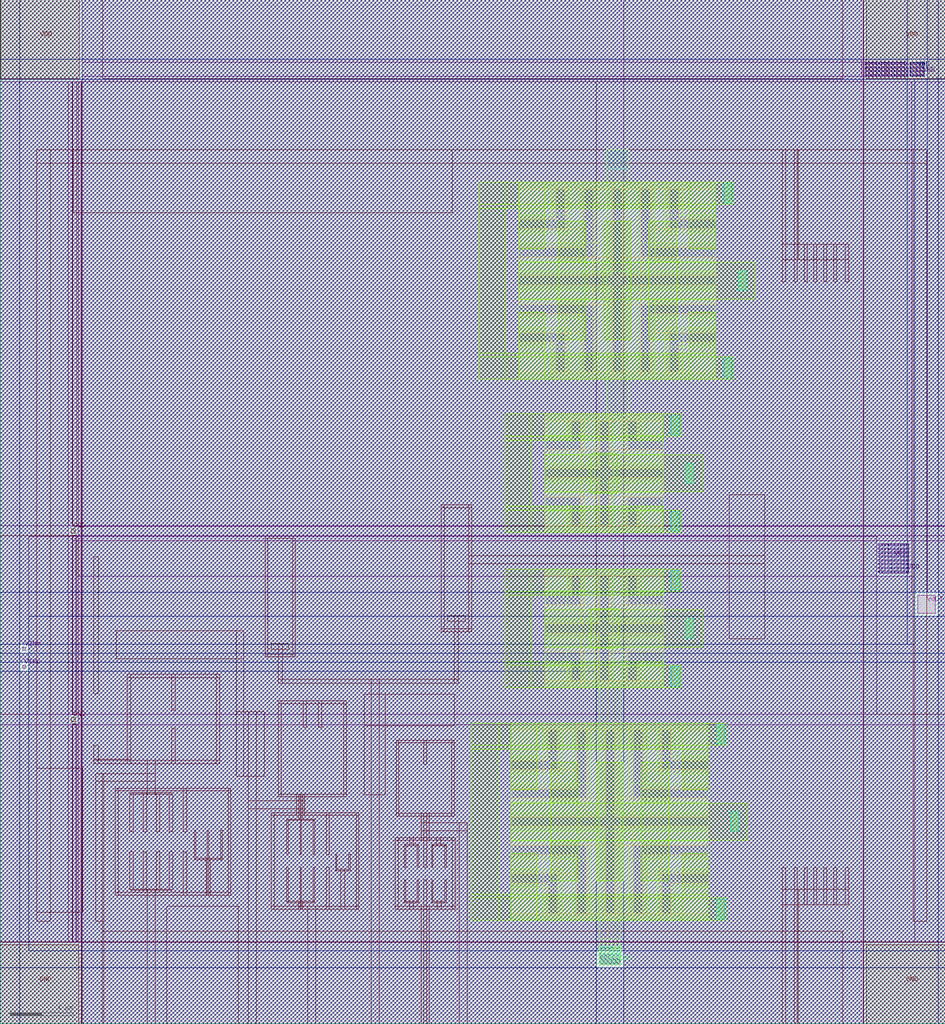
<source format=lef>
VERSION 5.8 ;
BUSBITCHARS "[]" ;
DIVIDERCHAR "/" ;

PROPERTYDEFINITIONS
  MACRO pathCL STRING ;
  MACRO arrayDisplay STRING ;
  MACRO instLabel STRING ;
  MACRO startLevel INTEGER ;
  MACRO stopLevel INTEGER ;
  MACRO scrollPercent INTEGER ;
  MACRO gridSpacing REAL ;
  MACRO gridMultiple INTEGER ;
  MACRO xSnapSpacing REAL ;
  MACRO ySnapSpacing REAL ;
  MACRO snapMode STRING ;
  MACRO segSnapMode STRING ;
  MACRO instanceDrawingMode STRING ;
  MACRO lppVisibilityMode STRING ;
  MACRO filterSize REAL ;
  MACRO filterSizeDrawingStyle STRING ;
  MACRO displayResolution STRING ;
  MACRO dimmingScope STRING ;
  MACRO dimmingIntensity INTEGER ;
  MACRO autoZoomMode STRING ;
  MACRO autoZoomScale INTEGER ;
  MACRO mergeScope STRING ;
  MACRO viewNameList STRING ;
  LAYER LEF58_TYPE STRING ;
  LAYER LEF58_ENCLOSURE STRING ;
  LAYER LEF58_SPACING STRING ;
  LAYER LEF58_WIDTH STRING ;
END PROPERTYDEFINITIONS

UNITS
  CAPACITANCE PICOFARADS 1 ;
  DATABASE MICRONS 1000 ;
END UNITS
MANUFACTURINGGRID 0.005 ;
LAYER OVERLAP
  TYPE OVERLAP ;
END OVERLAP

LAYER PDK
  TYPE MASTERSLICE ;
  PROPERTY LEF58_TYPE "TYPE PWELL ;" ;
  PROPERTY LEF58_SPACING "SPACING 0.47 ;
  SPACING 0 LAYER NW ;" ;
  PROPERTY LEF58_WIDTH "WIDTH 0.47 ;" ;
END PDK

LAYER NW
  TYPE MASTERSLICE ;
  PROPERTY LEF58_TYPE "TYPE NWELL ;" ;
  PROPERTY LEF58_SPACING "SPACING 0.47 ;
  SPACING 2.5 LAYER DNW ;" ;
  PROPERTY LEF58_WIDTH "WIDTH 0.47 ;" ;
END NW

LAYER OD
  TYPE MASTERSLICE ;
  PROPERTY LEF58_TYPE "TYPE DIFFUSION ;" ;
  PROPERTY LEF58_WIDTH "WIDTH 0.08 ;" ;
END OD

LAYER OD_33
  TYPE MASTERSLICE ;
END OD_33

LAYER OD_18
  TYPE MASTERSLICE ;
END OD_18

LAYER OD_25
  TYPE MASTERSLICE ;
END OD_25

LAYER PO
  TYPE ROUTING ;
  DIRECTION HORIZONTAL ;
  WIDTH 0.06 ;
  AREA 0.042 ;
  SPACINGTABLE
    PARALLELRUNLENGTH 0.004 0.184 
    WIDTH 0.004 0.12 0.12 
    WIDTH 0.134 0.12 0.18 ;
  SPACING 0.12 SAMENET ;
  MINSTEP 0.08 MAXEDGES 1 ;
  MINENCLOSEDAREA 0.094 ;
  DIAGSPACING 0.19 ;
  SPACING 0.14 ENDOFLINE 0.09 WITHIN 0.035 PARALLELEDGE 0.14 WITHIN 0.09 ;
  RESISTANCE RPERSQ 15.0619 ;
  CAPACITANCE CPERSQDIST 0.00637 ;
  THICKNESS 1000 ;
  EDGECAPACITANCE 0.0117 ;
  MINIMUMDENSITY 14 ;
  MAXIMUMDENSITY 40 ;
  ANTENNAMODEL OXIDE1 ;
    ANTENNAAREARATIO 250 ;
    ANTENNACUMAREARATIO 5000 ;
  ANTENNAMODEL OXIDE2 ;
    ANTENNAAREARATIO 250 ;
    ANTENNACUMAREARATIO 1000 ;
  PROPERTY LEF58_TYPE "TYPE POLYROUTING ;" ;
END PO

LAYER PP
  TYPE IMPLANT ;
  WIDTH 0.18 ;
  SPACING 0.18 ;
  AREA 0.122 ;
END PP

LAYER NP
  TYPE IMPLANT ;
  WIDTH 0.18 ;
  SPACING 0.18 ;
  AREA 0.122 ;
END NP

LAYER CO
  TYPE CUT ;
  SPACING 0.11 ;
  SPACING 0.14 ADJACENTCUTS 3 WITHIN 0.15 ;
  WIDTH 0.09 ;
  ENCLOSURE BELOW 0.01 0.04 ;
  ENCLOSURE BELOW 0.03 0.03 ;
  ENCLOSURE ABOVE 0.04 0.04 WIDTH 1.005 ;
  ENCLOSURE ABOVE 0.025 0.025 ;
  ENCLOSURE ABOVE 0 0.04 ;
  ANTENNAMODEL OXIDE1 ;
    ANTENNAAREARATIO 10 ;
  ANTENNAMODEL OXIDE2 ;
    ANTENNAAREARATIO 10 ;
  PROPERTY LEF58_SPACING "SPACING 0.14 PARALLELOVERLAP EXCEPTSAMENET ;" ;
END CO

LAYER M1
  TYPE ROUTING ;
  DIRECTION HORIZONTAL ;
  PITCH 0.18 0.18 ;
  WIDTH 0.09 ;
  OFFSET 0.09 0.09 ;
  AREA 0.042 ;
  SPACINGTABLE
    PARALLELRUNLENGTH 0 0.379 0.419 1.499 4.499 
    WIDTH 0 0.09 0.09 0.09 0.09 0.09 
    WIDTH 0.2 0.09 0.11 0.11 0.11 0.11 
    WIDTH 0.42 0.09 0.11 0.16 0.16 0.16 
    WIDTH 1.5 0.09 0.11 0.16 0.5 0.5 
    WIDTH 4.5 0.09 0.11 0.16 0.5 1.5 ;
  SPACING 0.09 SAMENET ;
  MINIMUMCUT 1 WIDTH 0 WITHIN 0.2 FROMABOVE ;
  MINIMUMCUT 2 WIDTH 0.299 WITHIN 0.2 FROMABOVE ;
  MINIMUMCUT 4 WIDTH 0.699 WITHIN 0.2 FROMABOVE ;
  MINIMUMCUT 2 WIDTH 0.3 FROMABOVE LENGTH 0.3 WITHIN 0.2 ;
  MINIMUMCUT 4 WIDTH 0.3 FROMABOVE LENGTH 0.3 WITHIN 0.25 ;
  MINIMUMCUT 4 WIDTH 0.7 FROMABOVE LENGTH 0.7 WITHIN 0.2 ;
  MINIMUMCUT 9 WIDTH 0.7 FROMABOVE LENGTH 0.7 WITHIN 0.35 ;
  MINIMUMCUT 2 WIDTH 0.3 FROMABOVE LENGTH 0.3 WITHIN 0.8 ;
  MINIMUMCUT 2 WIDTH 2 FROMABOVE LENGTH 2 WITHIN 2 ;
  MINIMUMCUT 2 WIDTH 3 FROMABOVE LENGTH 10 WITHIN 5 ;
  MAXWIDTH 12 ;
  MINSTEP 0.09 MAXEDGES 1 ;
  MINENCLOSEDAREA 0.2 ;
  DIAGPITCH 0.38 0.38 ;
  DIAGSPACING 0.19 ;
  SPACING 0.11 ENDOFLINE 0.11 WITHIN 0.035 PARALLELEDGE 0.11 WITHIN 0.11 ;
  RESISTANCE RPERSQ 0.0868 ;
  CAPACITANCE CPERSQDIST 0.00514 ;
  THICKNESS 1800 ;
  EDGECAPACITANCE 0.00758 ;
  MINIMUMDENSITY 10 ;
  MAXIMUMDENSITY 90 ;
  DENSITYCHECKWINDOW 75 75 ;
  DENSITYCHECKSTEP 37.5 ;
  ANTENNAMODEL OXIDE1 ;
    ANTENNACUMAREARATIO 5000 ;
  ANTENNAMODEL OXIDE2 ;
    ANTENNACUMAREARATIO 1000 ;
  ACCURRENTDENSITY PEAK
    FREQUENCY 1 ;
    WIDTH 0.2 0.4 0.8 1.6 5 ;
    TABLEENTRIES
       9.36775 19.5501 39.9148 80.6441 253.744 ;
  ACCURRENTDENSITY RMS
    FREQUENCY 1 ;
    WIDTH 0.2 0.4 0.8 1.6 5 ;
    TABLEENTRIES
       1.20706 2.15515 3.93091 7.39472 21.9815 ;
END M1

LAYER VIA1
  TYPE CUT ;
  SPACING 0.1 ;
  SPACING 0.13 ADJACENTCUTS 3 WITHIN 0.14 ;
  WIDTH 0.1 ;
  ENCLOSURE BELOW 0.03 0.03 ;
  ENCLOSURE BELOW 0 0.04 ;
  ENCLOSURE ABOVE 0.03 0.03 ;
  ENCLOSURE ABOVE 0 0.04 ;
  ANTENNAMODEL OXIDE1 ;
    ANTENNAAREARATIO 20 ;
  ANTENNAMODEL OXIDE2 ;
    ANTENNAAREARATIO 20 ;
  PROPERTY LEF58_SPACING "SPACING 0.13 PARALLELOVERLAP EXCEPTSAMENET ;" ;
END VIA1

LAYER M2
  TYPE ROUTING ;
  DIRECTION VERTICAL ;
  PITCH 0.2 0.2 ;
  WIDTH 0.1 ;
  OFFSET 0.1 0.1 ;
  AREA 0.052 ;
  SPACINGTABLE
    PARALLELRUNLENGTH 0 0.379 0.399 1.499 4.499 
    WIDTH 0 0.1 0.1 0.1 0.1 0.1 
    WIDTH 0.2 0.1 0.12 0.12 0.12 0.12 
    WIDTH 0.4 0.1 0.12 0.16 0.16 0.16 
    WIDTH 1.5 0.1 0.12 0.16 0.5 0.5 
    WIDTH 4.5 0.1 0.12 0.16 0.5 1.5 ;
  SPACING 0.1 SAMENET ;
  MINIMUMCUT 1 WIDTH 0 WITHIN 0.2 FROMBELOW ;
  MINIMUMCUT 2 WIDTH 0.299 WITHIN 0.2 FROMBELOW ;
  MINIMUMCUT 4 WIDTH 0.699 WITHIN 0.2 FROMBELOW ;
  MINIMUMCUT 1 WIDTH 0 WITHIN 0.2 FROMABOVE ;
  MINIMUMCUT 2 WIDTH 0.299 WITHIN 0.2 FROMABOVE ;
  MINIMUMCUT 4 WIDTH 0.699 WITHIN 0.2 FROMABOVE ;
  MINIMUMCUT 2 WIDTH 0.3 FROMBELOW LENGTH 0.3 WITHIN 0.2 ;
  MINIMUMCUT 4 WIDTH 0.3 FROMBELOW LENGTH 0.3 WITHIN 0.25 ;
  MINIMUMCUT 4 WIDTH 0.7 FROMBELOW LENGTH 0.7 WITHIN 0.2 ;
  MINIMUMCUT 9 WIDTH 0.7 FROMBELOW LENGTH 0.7 WITHIN 0.35 ;
  MINIMUMCUT 2 WIDTH 0.3 FROMBELOW LENGTH 0.3 WITHIN 0.8 ;
  MINIMUMCUT 2 WIDTH 2 FROMBELOW LENGTH 2 WITHIN 2 ;
  MINIMUMCUT 2 WIDTH 3 FROMBELOW LENGTH 10 WITHIN 5 ;
  MINIMUMCUT 2 WIDTH 0.3 FROMABOVE LENGTH 0.3 WITHIN 0.2 ;
  MINIMUMCUT 4 WIDTH 0.3 FROMABOVE LENGTH 0.3 WITHIN 0.25 ;
  MINIMUMCUT 4 WIDTH 0.7 FROMABOVE LENGTH 0.7 WITHIN 0.2 ;
  MINIMUMCUT 9 WIDTH 0.7 FROMABOVE LENGTH 0.7 WITHIN 0.35 ;
  MINIMUMCUT 2 WIDTH 0.3 FROMABOVE LENGTH 0.3 WITHIN 0.8 ;
  MINIMUMCUT 2 WIDTH 2 FROMABOVE LENGTH 2 WITHIN 2 ;
  MINIMUMCUT 2 WIDTH 3 FROMABOVE LENGTH 10 WITHIN 5 ;
  MAXWIDTH 12 ;
  MINSTEP 0.1 MAXEDGES 1 ;
  MINENCLOSEDAREA 0.2 ;
  DIAGPITCH 0.38 0.38 ;
  DIAGSPACING 0.19 ;
  SPACING 0.12 ENDOFLINE 0.12 WITHIN 0.035 PARALLELEDGE 0.12 WITHIN 0.12 ;
  RESISTANCE RPERSQ 0.0778 ;
  CAPACITANCE CPERSQDIST 0.00298 ;
  THICKNESS 2200 ;
  EDGECAPACITANCE 0.00659 ;
  MINIMUMDENSITY 10 ;
  MAXIMUMDENSITY 90 ;
  DENSITYCHECKWINDOW 75 75 ;
  DENSITYCHECKSTEP 37.5 ;
  ANTENNAMODEL OXIDE1 ;
    ANTENNACUMAREARATIO 5000 ;
  ANTENNAMODEL OXIDE2 ;
    ANTENNACUMAREARATIO 1000 ;
  ACCURRENTDENSITY PEAK
    FREQUENCY 1 ;
    WIDTH 0.2 0.4 0.8 1.6 5 ;
    TABLEENTRIES
       5.72474 11.9473 24.3923 49.2825 155.066 ;
  ACCURRENTDENSITY RMS
    FREQUENCY 1 ;
    WIDTH 0.2 0.4 0.8 1.6 5 ;
    TABLEENTRIES
       0.749923 1.31913 2.37142 4.41089 12.9754 ;
END M2

LAYER VIA2
  TYPE CUT ;
  SPACING 0.1 ;
  SPACING 0.13 ADJACENTCUTS 3 WITHIN 0.14 ;
  WIDTH 0.1 ;
  ENCLOSURE BELOW 0.03 0.03 ;
  ENCLOSURE BELOW 0 0.04 ;
  ENCLOSURE ABOVE 0.03 0.03 ;
  ENCLOSURE ABOVE 0 0.04 ;
  ANTENNAMODEL OXIDE1 ;
    ANTENNAAREARATIO 20 ;
  ANTENNAMODEL OXIDE2 ;
    ANTENNAAREARATIO 20 ;
  PROPERTY LEF58_SPACING "SPACING 0.13 PARALLELOVERLAP EXCEPTSAMENET ;" ;
END VIA2

LAYER M3
  TYPE ROUTING ;
  DIRECTION HORIZONTAL ;
  PITCH 0.2 0.2 ;
  WIDTH 0.1 ;
  OFFSET 0.1 0.1 ;
  AREA 0.052 ;
  SPACINGTABLE
    PARALLELRUNLENGTH 0 0.379 0.399 1.499 4.499 
    WIDTH 0 0.1 0.1 0.1 0.1 0.1 
    WIDTH 0.2 0.1 0.12 0.12 0.12 0.12 
    WIDTH 0.4 0.1 0.12 0.16 0.16 0.16 
    WIDTH 1.5 0.1 0.12 0.16 0.5 0.5 
    WIDTH 4.5 0.1 0.12 0.16 0.5 1.5 ;
  SPACING 0.1 SAMENET ;
  MINIMUMCUT 1 WIDTH 0 WITHIN 0.2 FROMBELOW ;
  MINIMUMCUT 2 WIDTH 0.299 WITHIN 0.2 FROMBELOW ;
  MINIMUMCUT 4 WIDTH 0.699 WITHIN 0.2 FROMBELOW ;
  MINIMUMCUT 1 WIDTH 0 WITHIN 0.2 FROMABOVE ;
  MINIMUMCUT 2 WIDTH 0.299 WITHIN 0.2 FROMABOVE ;
  MINIMUMCUT 4 WIDTH 0.699 WITHIN 0.2 FROMABOVE ;
  MINIMUMCUT 2 WIDTH 0.3 FROMBELOW LENGTH 0.3 WITHIN 0.2 ;
  MINIMUMCUT 4 WIDTH 0.3 FROMBELOW LENGTH 0.3 WITHIN 0.25 ;
  MINIMUMCUT 4 WIDTH 0.7 FROMBELOW LENGTH 0.7 WITHIN 0.2 ;
  MINIMUMCUT 9 WIDTH 0.7 FROMBELOW LENGTH 0.7 WITHIN 0.35 ;
  MINIMUMCUT 2 WIDTH 0.3 FROMBELOW LENGTH 0.3 WITHIN 0.8 ;
  MINIMUMCUT 2 WIDTH 2 FROMBELOW LENGTH 2 WITHIN 2 ;
  MINIMUMCUT 2 WIDTH 3 FROMBELOW LENGTH 10 WITHIN 5 ;
  MINIMUMCUT 2 WIDTH 0.3 FROMABOVE LENGTH 0.3 WITHIN 0.2 ;
  MINIMUMCUT 4 WIDTH 0.3 FROMABOVE LENGTH 0.3 WITHIN 0.25 ;
  MINIMUMCUT 4 WIDTH 0.7 FROMABOVE LENGTH 0.7 WITHIN 0.2 ;
  MINIMUMCUT 9 WIDTH 0.7 FROMABOVE LENGTH 0.7 WITHIN 0.35 ;
  MINIMUMCUT 2 WIDTH 0.3 FROMABOVE LENGTH 0.3 WITHIN 0.8 ;
  MINIMUMCUT 2 WIDTH 2 FROMABOVE LENGTH 2 WITHIN 2 ;
  MINIMUMCUT 2 WIDTH 3 FROMABOVE LENGTH 10 WITHIN 5 ;
  MAXWIDTH 12 ;
  MINSTEP 0.1 MAXEDGES 1 ;
  MINENCLOSEDAREA 0.2 ;
  DIAGPITCH 0.38 0.38 ;
  DIAGSPACING 0.19 ;
  SPACING 0.12 ENDOFLINE 0.12 WITHIN 0.035 PARALLELEDGE 0.12 WITHIN 0.12 ;
  RESISTANCE RPERSQ 0.0778 ;
  CAPACITANCE CPERSQDIST 0.00199 ;
  THICKNESS 2200 ;
  EDGECAPACITANCE 0.00578 ;
  MINIMUMDENSITY 10 ;
  MAXIMUMDENSITY 90 ;
  DENSITYCHECKWINDOW 75 75 ;
  DENSITYCHECKSTEP 37.5 ;
  ANTENNAMODEL OXIDE1 ;
    ANTENNACUMAREARATIO 5000 ;
  ANTENNAMODEL OXIDE2 ;
    ANTENNACUMAREARATIO 1000 ;
  ACCURRENTDENSITY PEAK
    FREQUENCY 1 ;
    WIDTH 0.2 0.4 0.8 1.6 5 ;
    TABLEENTRIES
       5.72474 11.9473 24.3923 49.2825 155.066 ;
  ACCURRENTDENSITY RMS
    FREQUENCY 1 ;
    WIDTH 0.2 0.4 0.8 1.6 5 ;
    TABLEENTRIES
       0.696634 1.16947 1.99669 3.54867 9.95791 ;
END M3

LAYER VIA3
  TYPE CUT ;
  SPACING 0.1 ;
  SPACING 0.13 ADJACENTCUTS 3 WITHIN 0.14 ;
  WIDTH 0.1 ;
  ENCLOSURE BELOW 0.03 0.03 ;
  ENCLOSURE BELOW 0 0.04 ;
  ENCLOSURE ABOVE 0.03 0.03 ;
  ENCLOSURE ABOVE 0 0.04 ;
  ANTENNAMODEL OXIDE1 ;
    ANTENNAAREARATIO 20 ;
  ANTENNAMODEL OXIDE2 ;
    ANTENNAAREARATIO 20 ;
  PROPERTY LEF58_SPACING "SPACING 0.13 PARALLELOVERLAP EXCEPTSAMENET ;" ;
END VIA3

LAYER M4
  TYPE ROUTING ;
  DIRECTION VERTICAL ;
  PITCH 0.2 0.2 ;
  WIDTH 0.1 ;
  OFFSET 0.1 0.1 ;
  AREA 0.052 ;
  SPACINGTABLE
    PARALLELRUNLENGTH 0 0.379 0.399 1.499 4.499 
    WIDTH 0 0.1 0.1 0.1 0.1 0.1 
    WIDTH 0.2 0.1 0.12 0.12 0.12 0.12 
    WIDTH 0.4 0.1 0.12 0.16 0.16 0.16 
    WIDTH 1.5 0.1 0.12 0.16 0.5 0.5 
    WIDTH 4.5 0.1 0.12 0.16 0.5 1.5 ;
  SPACING 0.1 SAMENET ;
  MINIMUMCUT 1 WIDTH 0 WITHIN 0.2 FROMBELOW ;
  MINIMUMCUT 2 WIDTH 0.299 WITHIN 0.2 FROMBELOW ;
  MINIMUMCUT 4 WIDTH 0.699 WITHIN 0.2 FROMBELOW ;
  MINIMUMCUT 1 WIDTH 0 WITHIN 0.2 FROMABOVE ;
  MINIMUMCUT 2 WIDTH 0.299 WITHIN 0.2 FROMABOVE ;
  MINIMUMCUT 4 WIDTH 0.699 WITHIN 0.2 FROMABOVE ;
  MINIMUMCUT 2 WIDTH 0.3 FROMBELOW LENGTH 0.3 WITHIN 0.2 ;
  MINIMUMCUT 4 WIDTH 0.3 FROMBELOW LENGTH 0.3 WITHIN 0.25 ;
  MINIMUMCUT 4 WIDTH 0.7 FROMBELOW LENGTH 0.7 WITHIN 0.2 ;
  MINIMUMCUT 9 WIDTH 0.7 FROMBELOW LENGTH 0.7 WITHIN 0.35 ;
  MINIMUMCUT 2 WIDTH 0.3 FROMBELOW LENGTH 0.3 WITHIN 0.8 ;
  MINIMUMCUT 2 WIDTH 2 FROMBELOW LENGTH 2 WITHIN 2 ;
  MINIMUMCUT 2 WIDTH 3 FROMBELOW LENGTH 10 WITHIN 5 ;
  MINIMUMCUT 2 WIDTH 0.3 FROMABOVE LENGTH 0.3 WITHIN 0.2 ;
  MINIMUMCUT 4 WIDTH 0.3 FROMABOVE LENGTH 0.3 WITHIN 0.25 ;
  MINIMUMCUT 4 WIDTH 0.7 FROMABOVE LENGTH 0.7 WITHIN 0.2 ;
  MINIMUMCUT 9 WIDTH 0.7 FROMABOVE LENGTH 0.7 WITHIN 0.35 ;
  MINIMUMCUT 2 WIDTH 0.3 FROMABOVE LENGTH 0.3 WITHIN 0.8 ;
  MINIMUMCUT 2 WIDTH 2 FROMABOVE LENGTH 2 WITHIN 2 ;
  MINIMUMCUT 2 WIDTH 3 FROMABOVE LENGTH 10 WITHIN 5 ;
  MAXWIDTH 12 ;
  MINSTEP 0.1 MAXEDGES 1 ;
  MINENCLOSEDAREA 0.2 ;
  DIAGPITCH 0.38 0.38 ;
  DIAGSPACING 0.19 ;
  SPACING 0.12 ENDOFLINE 0.12 WITHIN 0.035 PARALLELEDGE 0.12 WITHIN 0.12 ;
  RESISTANCE RPERSQ 0.0778 ;
  CAPACITANCE CPERSQDIST 0.00149 ;
  THICKNESS 2200 ;
  EDGECAPACITANCE 0.00537 ;
  MINIMUMDENSITY 10 ;
  MAXIMUMDENSITY 90 ;
  DENSITYCHECKWINDOW 75 75 ;
  DENSITYCHECKSTEP 37.5 ;
  ANTENNAMODEL OXIDE1 ;
    ANTENNACUMAREARATIO 5000 ;
  ANTENNAMODEL OXIDE2 ;
    ANTENNACUMAREARATIO 1000 ;
  ACCURRENTDENSITY PEAK
    FREQUENCY 1 ;
    WIDTH 0.2 0.4 0.8 1.6 5 ;
    TABLEENTRIES
       5.72474 11.9473 24.3923 49.2825 155.066 ;
  ACCURRENTDENSITY RMS
    FREQUENCY 1 ;
    WIDTH 0.2 0.4 0.8 1.6 5 ;
    TABLEENTRIES
       0.674844 1.10631 1.83204 3.15479 8.51792 ;
END M4

LAYER VIA4
  TYPE CUT ;
  SPACING 0.1 ;
  SPACING 0.13 ADJACENTCUTS 3 WITHIN 0.14 ;
  WIDTH 0.1 ;
  ENCLOSURE BELOW 0.03 0.03 ;
  ENCLOSURE BELOW 0 0.04 ;
  ENCLOSURE ABOVE 0.03 0.03 ;
  ENCLOSURE ABOVE 0 0.04 ;
  ANTENNAMODEL OXIDE1 ;
    ANTENNAAREARATIO 20 ;
  ANTENNAMODEL OXIDE2 ;
    ANTENNAAREARATIO 20 ;
  PROPERTY LEF58_SPACING "SPACING 0.13 PARALLELOVERLAP EXCEPTSAMENET ;" ;
END VIA4

LAYER M5
  TYPE ROUTING ;
  DIRECTION HORIZONTAL ;
  PITCH 0.2 0.2 ;
  WIDTH 0.1 ;
  OFFSET 0.1 0.1 ;
  AREA 0.052 ;
  SPACINGTABLE
    PARALLELRUNLENGTH 0 0.379 0.399 1.499 4.499 
    WIDTH 0 0.1 0.1 0.1 0.1 0.1 
    WIDTH 0.2 0.1 0.12 0.12 0.12 0.12 
    WIDTH 0.4 0.1 0.12 0.16 0.16 0.16 
    WIDTH 1.5 0.1 0.12 0.16 0.5 0.5 
    WIDTH 4.5 0.1 0.12 0.16 0.5 1.5 ;
  SPACING 0.1 SAMENET ;
  MINIMUMCUT 1 WIDTH 0 WITHIN 0.2 FROMBELOW ;
  MINIMUMCUT 2 WIDTH 0.299 WITHIN 0.2 FROMBELOW ;
  MINIMUMCUT 4 WIDTH 0.699 WITHIN 0.2 FROMBELOW ;
  MINIMUMCUT 1 WIDTH 0 WITHIN 0.2 FROMABOVE ;
  MINIMUMCUT 2 WIDTH 0.299 WITHIN 0.2 FROMABOVE ;
  MINIMUMCUT 4 WIDTH 0.699 WITHIN 0.2 FROMABOVE ;
  MINIMUMCUT 2 WIDTH 0.3 FROMBELOW LENGTH 0.3 WITHIN 0.2 ;
  MINIMUMCUT 4 WIDTH 0.3 FROMBELOW LENGTH 0.3 WITHIN 0.25 ;
  MINIMUMCUT 4 WIDTH 0.7 FROMBELOW LENGTH 0.7 WITHIN 0.2 ;
  MINIMUMCUT 9 WIDTH 0.7 FROMBELOW LENGTH 0.7 WITHIN 0.35 ;
  MINIMUMCUT 2 WIDTH 0.3 FROMBELOW LENGTH 0.3 WITHIN 0.8 ;
  MINIMUMCUT 2 WIDTH 2 FROMBELOW LENGTH 2 WITHIN 2 ;
  MINIMUMCUT 2 WIDTH 3 FROMBELOW LENGTH 10 WITHIN 5 ;
  MINIMUMCUT 2 WIDTH 0.3 FROMABOVE LENGTH 0.3 WITHIN 0.2 ;
  MINIMUMCUT 4 WIDTH 0.3 FROMABOVE LENGTH 0.3 WITHIN 0.25 ;
  MINIMUMCUT 4 WIDTH 0.7 FROMABOVE LENGTH 0.7 WITHIN 0.2 ;
  MINIMUMCUT 9 WIDTH 0.7 FROMABOVE LENGTH 0.7 WITHIN 0.35 ;
  MINIMUMCUT 2 WIDTH 0.3 FROMABOVE LENGTH 0.3 WITHIN 0.8 ;
  MINIMUMCUT 2 WIDTH 2 FROMABOVE LENGTH 2 WITHIN 2 ;
  MINIMUMCUT 2 WIDTH 3 FROMABOVE LENGTH 10 WITHIN 5 ;
  MAXWIDTH 12 ;
  MINSTEP 0.1 MAXEDGES 1 ;
  MINENCLOSEDAREA 0.2 ;
  DIAGPITCH 0.38 0.38 ;
  DIAGSPACING 0.19 ;
  SPACING 0.12 ENDOFLINE 0.12 WITHIN 0.035 PARALLELEDGE 0.12 WITHIN 0.12 ;
  RESISTANCE RPERSQ 0.0778 ;
  CAPACITANCE CPERSQDIST 0.0012 ;
  THICKNESS 2200 ;
  EDGECAPACITANCE 0.00513 ;
  MINIMUMDENSITY 10 ;
  MAXIMUMDENSITY 90 ;
  DENSITYCHECKWINDOW 75 75 ;
  DENSITYCHECKSTEP 37.5 ;
  ANTENNAMODEL OXIDE1 ;
    ANTENNACUMAREARATIO 5000 ;
  ANTENNAMODEL OXIDE2 ;
    ANTENNACUMAREARATIO 1000 ;
  ACCURRENTDENSITY PEAK
    FREQUENCY 1 ;
    WIDTH 0.2 0.4 0.8 1.6 5 ;
    TABLEENTRIES
       5.72474 11.9473 24.3923 49.2825 155.066 ;
  ACCURRENTDENSITY RMS
    FREQUENCY 1 ;
    WIDTH 0.2 0.4 0.8 1.6 5 ;
    TABLEENTRIES
       0.59004 0.967284 1.60182 2.75834 7.44752 ;
END M5

LAYER VIA5
  TYPE CUT ;
  SPACING 0.1 ;
  SPACING 0.13 ADJACENTCUTS 3 WITHIN 0.14 ;
  WIDTH 0.1 ;
  ENCLOSURE BELOW 0.03 0.03 ;
  ENCLOSURE BELOW 0 0.04 ;
  ENCLOSURE ABOVE 0.03 0.03 ;
  ENCLOSURE ABOVE 0 0.04 ;
  ANTENNAMODEL OXIDE1 ;
    ANTENNAAREARATIO 20 ;
  ANTENNAMODEL OXIDE2 ;
    ANTENNAAREARATIO 20 ;
  PROPERTY LEF58_SPACING "SPACING 0.13 PARALLELOVERLAP EXCEPTSAMENET ;" ;
END VIA5

LAYER M6
  TYPE ROUTING ;
  DIRECTION VERTICAL ;
  PITCH 0.2 0.2 ;
  WIDTH 0.1 ;
  OFFSET 0.1 0.1 ;
  AREA 0.052 ;
  SPACINGTABLE
    PARALLELRUNLENGTH 0 0.379 0.399 1.499 4.499 
    WIDTH 0 0.1 0.1 0.1 0.1 0.1 
    WIDTH 0.2 0.1 0.12 0.12 0.12 0.12 
    WIDTH 0.4 0.1 0.12 0.16 0.16 0.16 
    WIDTH 1.5 0.1 0.12 0.16 0.5 0.5 
    WIDTH 4.5 0.1 0.12 0.16 0.5 1.5 ;
  SPACING 0.1 SAMENET ;
  MINIMUMCUT 1 WIDTH 0 WITHIN 0.2 FROMBELOW ;
  MINIMUMCUT 2 WIDTH 0.299 WITHIN 0.2 FROMBELOW ;
  MINIMUMCUT 4 WIDTH 0.699 WITHIN 0.2 FROMBELOW ;
  MINIMUMCUT 1 WIDTH 0 WITHIN 0.2 FROMABOVE ;
  MINIMUMCUT 2 WIDTH 0.299 WITHIN 0.2 FROMABOVE ;
  MINIMUMCUT 4 WIDTH 0.699 WITHIN 0.2 FROMABOVE ;
  MINIMUMCUT 2 WIDTH 0.3 FROMBELOW LENGTH 0.3 WITHIN 0.2 ;
  MINIMUMCUT 4 WIDTH 0.3 FROMBELOW LENGTH 0.3 WITHIN 0.25 ;
  MINIMUMCUT 4 WIDTH 0.7 FROMBELOW LENGTH 0.7 WITHIN 0.2 ;
  MINIMUMCUT 9 WIDTH 0.7 FROMBELOW LENGTH 0.7 WITHIN 0.35 ;
  MINIMUMCUT 2 WIDTH 0.3 FROMBELOW LENGTH 0.3 WITHIN 0.8 ;
  MINIMUMCUT 2 WIDTH 2 FROMBELOW LENGTH 2 WITHIN 2 ;
  MINIMUMCUT 2 WIDTH 3 FROMBELOW LENGTH 10 WITHIN 5 ;
  MINIMUMCUT 2 WIDTH 0.3 FROMABOVE LENGTH 0.3 WITHIN 0.2 ;
  MINIMUMCUT 4 WIDTH 0.3 FROMABOVE LENGTH 0.3 WITHIN 0.25 ;
  MINIMUMCUT 4 WIDTH 0.7 FROMABOVE LENGTH 0.7 WITHIN 0.2 ;
  MINIMUMCUT 9 WIDTH 0.7 FROMABOVE LENGTH 0.7 WITHIN 0.35 ;
  MINIMUMCUT 2 WIDTH 0.3 FROMABOVE LENGTH 0.3 WITHIN 0.8 ;
  MINIMUMCUT 2 WIDTH 2 FROMABOVE LENGTH 2 WITHIN 2 ;
  MINIMUMCUT 2 WIDTH 3 FROMABOVE LENGTH 10 WITHIN 5 ;
  MAXWIDTH 12 ;
  MINSTEP 0.1 MAXEDGES 1 ;
  MINENCLOSEDAREA 0.2 ;
  DIAGPITCH 0.38 0.38 ;
  DIAGSPACING 0.19 ;
  SPACING 0.12 ENDOFLINE 0.12 WITHIN 0.035 PARALLELEDGE 0.12 WITHIN 0.12 ;
  RESISTANCE RPERSQ 0.0778 ;
  CAPACITANCE CPERSQDIST 0.000996 ;
  THICKNESS 2200 ;
  EDGECAPACITANCE 0.00502 ;
  MINIMUMDENSITY 10 ;
  MAXIMUMDENSITY 90 ;
  DENSITYCHECKWINDOW 75 75 ;
  DENSITYCHECKSTEP 37.5 ;
  ANTENNAMODEL OXIDE1 ;
    ANTENNACUMAREARATIO 5000 ;
  ANTENNAMODEL OXIDE2 ;
    ANTENNACUMAREARATIO 1000 ;
  ACCURRENTDENSITY PEAK
    FREQUENCY 1 ;
    WIDTH 0.2 0.4 0.8 1.6 5 ;
    TABLEENTRIES
       5.72474 11.9473 24.3923 49.2825 155.066 ;
  ACCURRENTDENSITY RMS
    FREQUENCY 1 ;
    WIDTH 0.2 0.4 0.8 1.6 5 ;
    TABLEENTRIES
       0.531302 0.870991 1.44236 2.48375 6.70612 ;
END M6

LAYER VIA6
  TYPE CUT ;
  SPACING 0.1 ;
  SPACING 0.13 ADJACENTCUTS 3 WITHIN 0.14 ;
  WIDTH 0.1 ;
  ENCLOSURE BELOW 0.03 0.03 ;
  ENCLOSURE BELOW 0 0.04 ;
  ENCLOSURE ABOVE 0.03 0.03 ;
  ENCLOSURE ABOVE 0 0.04 ;
  ANTENNAMODEL OXIDE1 ;
    ANTENNAAREARATIO 20 ;
  ANTENNAMODEL OXIDE2 ;
    ANTENNAAREARATIO 20 ;
  PROPERTY LEF58_SPACING "SPACING 0.13 PARALLELOVERLAP EXCEPTSAMENET ;" ;
END VIA6

LAYER M7
  TYPE ROUTING ;
  DIRECTION HORIZONTAL ;
  PITCH 0.2 0.2 ;
  WIDTH 0.1 ;
  OFFSET 0.1 0.1 ;
  AREA 0.052 ;
  SPACINGTABLE
    PARALLELRUNLENGTH 0 0.379 0.399 1.499 4.499 
    WIDTH 0 0.1 0.1 0.1 0.1 0.1 
    WIDTH 0.2 0.1 0.12 0.12 0.12 0.12 
    WIDTH 0.4 0.1 0.12 0.16 0.16 0.16 
    WIDTH 1.5 0.1 0.12 0.16 0.5 0.5 
    WIDTH 4.5 0.1 0.12 0.16 0.5 1.5 ;
  SPACING 0.1 SAMENET ;
  MINIMUMCUT 1 WIDTH 0 WITHIN 1.7 FROMABOVE ;
  MINIMUMCUT 2 WIDTH 1.799 WITHIN 1.7 FROMABOVE ;
  MINIMUMCUT 1 WIDTH 0 WITHIN 0.2 FROMBELOW ;
  MINIMUMCUT 2 WIDTH 0.299 WITHIN 0.2 FROMBELOW ;
  MINIMUMCUT 4 WIDTH 0.699 WITHIN 0.2 FROMBELOW ;
  MINIMUMCUT 2 WIDTH 0.3 FROMBELOW LENGTH 0.3 WITHIN 0.2 ;
  MINIMUMCUT 4 WIDTH 0.3 FROMBELOW LENGTH 0.3 WITHIN 0.25 ;
  MINIMUMCUT 4 WIDTH 0.7 FROMBELOW LENGTH 0.7 WITHIN 0.2 ;
  MINIMUMCUT 9 WIDTH 0.7 FROMBELOW LENGTH 0.7 WITHIN 0.35 ;
  MINIMUMCUT 2 WIDTH 0.3 FROMBELOW LENGTH 0.3 WITHIN 0.8 ;
  MINIMUMCUT 2 WIDTH 2 FROMBELOW LENGTH 2 WITHIN 2 ;
  MINIMUMCUT 2 WIDTH 3 FROMBELOW LENGTH 10 WITHIN 5 ;
  MINIMUMCUT 2 WIDTH 1.8 FROMABOVE LENGTH 1.8 WITHIN 1.7 ;
  MINIMUMCUT 2 WIDTH 3 FROMABOVE LENGTH 10 WITHIN 5 ;
  MAXWIDTH 12 ;
  MINSTEP 0.1 MAXEDGES 1 ;
  MINENCLOSEDAREA 0.2 ;
  DIAGPITCH 0.38 0.38 ;
  DIAGSPACING 0.19 ;
  SPACING 0.12 ENDOFLINE 0.12 WITHIN 0.035 PARALLELEDGE 0.12 WITHIN 0.12 ;
  RESISTANCE RPERSQ 0.0778 ;
  CAPACITANCE CPERSQDIST 0.000854 ;
  THICKNESS 2200 ;
  EDGECAPACITANCE 0.00529 ;
  MINIMUMDENSITY 10 ;
  MAXIMUMDENSITY 90 ;
  DENSITYCHECKWINDOW 75 75 ;
  DENSITYCHECKSTEP 37.5 ;
  ANTENNAMODEL OXIDE1 ;
    ANTENNACUMAREARATIO 5000 ;
  ANTENNAMODEL OXIDE2 ;
    ANTENNACUMAREARATIO 1000 ;
  ACCURRENTDENSITY PEAK
    FREQUENCY 1 ;
    WIDTH 0.2 0.4 0.8 1.6 5 ;
    TABLEENTRIES
       5.72474 11.9473 24.3923 49.2825 155.066 ;
  ACCURRENTDENSITY RMS
    FREQUENCY 1 ;
    WIDTH 0.2 0.4 0.8 1.6 5 ;
    TABLEENTRIES
       0.486946 0.798276 1.32194 2.2764 6.14627 ;
END M7

LAYER VIA7
  TYPE CUT ;
  SPACING 0.34 ;
  SPACING 0.54 ADJACENTCUTS 3 WITHIN 0.56 ;
  WIDTH 0.36 ;
  ENCLOSURE BELOW 0.02 0.08 ;
  ENCLOSURE ABOVE 0.02 0.08 ;
  ANTENNAMODEL OXIDE1 ;
    ANTENNAAREARATIO 20 ;
  ANTENNAMODEL OXIDE2 ;
    ANTENNAAREARATIO 20 ;
END VIA7

LAYER M8
  TYPE ROUTING ;
  DIRECTION VERTICAL ;
  PITCH 0.8 0.8 ;
  WIDTH 0.4 ;
  OFFSET 0.4 0.4 ;
  AREA 0.565 ;
  SPACINGTABLE
    PARALLELRUNLENGTH 0.004 1.504 4.504 
    WIDTH 0.004 0.4 0.4 0.4 
    WIDTH 1.504 0.4 0.5 0.5 
    WIDTH 4.504 0.4 0.5 1.5 ;
  SPACING 0.4 SAMENET ;
  MINIMUMCUT 1 WIDTH 0 WITHIN 1.7 FROMBELOW ;
  MINIMUMCUT 2 WIDTH 1.799 WITHIN 1.7 FROMBELOW ;
  MINIMUMCUT 2 WIDTH 0 WITHIN 1.7 FROMABOVE ;
  MINIMUMCUT 2 WIDTH 1.8 FROMBELOW LENGTH 1.8 WITHIN 1.7 ;
  MINIMUMCUT 2 WIDTH 3 FROMBELOW LENGTH 10 WITHIN 5 ;
  MINIMUMCUT 2 WIDTH 1.8 FROMABOVE LENGTH 1.8 WITHIN 1.7 ;
  MINIMUMCUT 2 WIDTH 3 FROMABOVE LENGTH 10 WITHIN 5 ;
  MAXWIDTH 12 ;
  MINENCLOSEDAREA 0.565 ;
  RESISTANCE RPERSQ 0.0215 ;
  CAPACITANCE CPERSQDIST 0.00323 ;
  THICKNESS 9000 ;
  EDGECAPACITANCE 0.00615 ;
  MINIMUMDENSITY 10 ;
  MAXIMUMDENSITY 90 ;
  DENSITYCHECKWINDOW 75 75 ;
  DENSITYCHECKSTEP 37.5 ;
  ANTENNAMODEL OXIDE1 ;
    ANTENNACUMAREARATIO 5000 ;
  ANTENNAMODEL OXIDE2 ;
    ANTENNACUMAREARATIO 1000 ;
  ACCURRENTDENSITY PEAK
    FREQUENCY 1 ;
    WIDTH 0.2 0.4 0.8 1.6 5 ;
    TABLEENTRIES
       16.0372 33.8563 69.4945 140.771 443.695 ;
  ACCURRENTDENSITY RMS
    FREQUENCY 1 ;
    WIDTH 0.2 0.4 0.8 1.6 5 ;
    TABLEENTRIES
       1.29043 2.05444 3.2317 5.20772 12.6666 ;
END M8

LAYER VIA8
  TYPE CUT ;
  SPACING 0.34 ;
  SPACING 0.54 ADJACENTCUTS 3 WITHIN 0.56 ;
  WIDTH 0.36 ;
  ENCLOSURE BELOW 0.08 0.08 ;
  ENCLOSURE ABOVE 0.3 0.3 ;
  ANTENNAMODEL OXIDE1 ;
    ANTENNAAREARATIO 20 ;
  ANTENNAMODEL OXIDE2 ;
    ANTENNAAREARATIO 20 ;
END VIA8

LAYER M9
  TYPE ROUTING ;
  DIRECTION HORIZONTAL ;
  PITCH 4 4 ;
  WIDTH 2 ;
  OFFSET 2 2 ;
  AREA 9 ;
  SPACING 2 ;
  SPACING 2 SAMENET ;
  MINIMUMCUT 2 WIDTH 0 WITHIN 1.7 FROMBELOW ;
  MINIMUMCUT 2 WIDTH 1.8 FROMBELOW LENGTH 1.8 WITHIN 1.7 ;
  MINIMUMCUT 2 WIDTH 3 FROMBELOW LENGTH 10 WITHIN 5 ;
  MAXWIDTH 12 ;
  MINENCLOSEDAREA 9 ;
  RESISTANCE RPERSQ 0.0215 ;
  CAPACITANCE CPERSQDIST 0.00245 ;
  THICKNESS 34000 ;
  EDGECAPACITANCE 0.00564 ;
  MINIMUMDENSITY 10 ;
  MAXIMUMDENSITY 80 ;
  DENSITYCHECKWINDOW 75 75 ;
  DENSITYCHECKSTEP 37.5 ;
  ANTENNAMODEL OXIDE1 ;
    ANTENNACUMAREARATIO 5000 ;
  ANTENNAMODEL OXIDE2 ;
    ANTENNACUMAREARATIO 1000 ;
  ACCURRENTDENSITY PEAK
    FREQUENCY 1 ;
    WIDTH 0.2 0.4 0.8 1.6 5 ;
    TABLEENTRIES
       16.0372 33.8563 69.4945 140.771 443.695 ;
  ACCURRENTDENSITY RMS
    FREQUENCY 1 ;
    WIDTH 0.2 0.4 0.8 1.6 5 ;
    TABLEENTRIES
       1.64281 2.60223 4.05931 6.46339 15.3636 ;
END M9

LAYER RV
  TYPE CUT ;
  SPACING 3 ;
  WIDTH 3 ;
  ENCLOSURE BELOW 1.5 1.5 ;
  ENCLOSURE ABOVE 1.5 1.5 ;
END RV

LAYER AP
  TYPE ROUTING ;
  DIRECTION VERTICAL ;
  WIDTH 3 ;
  SPACING 2 ;
  MAXWIDTH 35 ;
  MINIMUMDENSITY 10 ;
  MAXIMUMDENSITY 70 ;
  ANTENNAMODEL OXIDE1 ;
    ANTENNACUMAREARATIO 5000 ;
  ANTENNAMODEL OXIDE2 ;
    ANTENNACUMAREARATIO 1000 ;
END AP

MAXVIASTACK 4 RANGE M1 M7 ;
VIARULE AP_M9 GENERATE
  LAYER M9 ;
    ENCLOSURE 1.5 1.5 ;
  LAYER AP ;
    ENCLOSURE 1.5 1.5 ;
  LAYER RV ;
    RECT -1.5 -1.5 1.5 1.5 ;
    SPACING 6 BY 6 ;
END AP_M9

VIARULE M9_M8 GENERATE DEFAULT
  LAYER M8 ;
    ENCLOSURE 0.08 0.08 ;
  LAYER M9 ;
    ENCLOSURE 0.3 0.3 ;
  LAYER VIA8 ;
    RECT -0.18 -0.18 0.18 0.18 ;
    SPACING 0.7 BY 0.7 ;
END M9_M8

VIARULE M8_M7 GENERATE DEFAULT
  LAYER M7 ;
    ENCLOSURE 0.08 0.08 ;
  LAYER M8 ;
    ENCLOSURE 0.08 0.08 ;
  LAYER VIA7 ;
    RECT -0.18 -0.18 0.18 0.18 ;
    SPACING 0.7 BY 0.7 ;
END M8_M7

VIARULE M7_M6 GENERATE DEFAULT
  LAYER M6 ;
    ENCLOSURE 0.04 0.04 ;
  LAYER M7 ;
    ENCLOSURE 0.04 0.04 ;
  LAYER VIA6 ;
    RECT -0.05 -0.05 0.05 0.05 ;
    SPACING 0.2 BY 0.2 ;
END M7_M6

VIARULE M6_M5 GENERATE DEFAULT
  LAYER M5 ;
    ENCLOSURE 0.04 0.04 ;
  LAYER M6 ;
    ENCLOSURE 0.04 0.04 ;
  LAYER VIA5 ;
    RECT -0.05 -0.05 0.05 0.05 ;
    SPACING 0.2 BY 0.2 ;
END M6_M5

VIARULE M5_M4 GENERATE DEFAULT
  LAYER M4 ;
    ENCLOSURE 0.04 0.04 ;
  LAYER M5 ;
    ENCLOSURE 0.04 0.04 ;
  LAYER VIA4 ;
    RECT -0.05 -0.05 0.05 0.05 ;
    SPACING 0.2 BY 0.2 ;
END M5_M4

VIARULE M4_M3 GENERATE DEFAULT
  LAYER M3 ;
    ENCLOSURE 0.04 0.04 ;
  LAYER M4 ;
    ENCLOSURE 0.04 0.04 ;
  LAYER VIA3 ;
    RECT -0.05 -0.05 0.05 0.05 ;
    SPACING 0.2 BY 0.2 ;
END M4_M3

VIARULE M3_M2 GENERATE DEFAULT
  LAYER M2 ;
    ENCLOSURE 0.04 0.04 ;
  LAYER M3 ;
    ENCLOSURE 0.04 0.04 ;
  LAYER VIA2 ;
    RECT -0.05 -0.05 0.05 0.05 ;
    SPACING 0.2 BY 0.2 ;
END M3_M2

VIARULE M2_M1 GENERATE DEFAULT
  LAYER M1 ;
    ENCLOSURE 0.04 0.04 ;
  LAYER M2 ;
    ENCLOSURE 0.04 0.04 ;
  LAYER VIA1 ;
    RECT -0.05 -0.05 0.05 0.05 ;
    SPACING 0.2 BY 0.2 ;
END M2_M1

VIARULE M1_PO GENERATE DEFAULT
  LAYER PO ;
    ENCLOSURE 0.04 0.04 ;
  LAYER M1 ;
    ENCLOSURE 0.04 0.04 ;
  LAYER CO ;
    RECT -0.045 -0.045 0.045 0.045 ;
    SPACING 0.2 BY 0.2 ;
END M1_PO

VIARULE M1_NPO GENERATE
  LAYER PO ;
    ENCLOSURE 0.04 0.04 ;
  LAYER M1 ;
    ENCLOSURE 0.04 0.04 ;
  LAYER CO ;
    RECT -0.045 -0.045 0.045 0.045 ;
    SPACING 0.2 BY 0.2 ;
END M1_NPO

VIARULE M1_PPO GENERATE
  LAYER PO ;
    ENCLOSURE 0.04 0.04 ;
  LAYER M1 ;
    ENCLOSURE 0.04 0.04 ;
  LAYER CO ;
    RECT -0.045 -0.045 0.045 0.045 ;
    SPACING 0.2 BY 0.2 ;
END M1_PPO

VIARULE M1_OD GENERATE
  LAYER OD ;
    ENCLOSURE 0.03 0.03 ;
  LAYER M1 ;
    ENCLOSURE 0.04 0.04 ;
  LAYER CO ;
    RECT -0.045 -0.045 0.045 0.045 ;
    SPACING 0.2 BY 0.2 ;
END M1_OD

VIARULE M1_NOD GENERATE
  LAYER OD ;
    ENCLOSURE 0.03 0.03 ;
  LAYER M1 ;
    ENCLOSURE 0.04 0.04 ;
  LAYER CO ;
    RECT -0.045 -0.045 0.045 0.045 ;
    SPACING 0.2 BY 0.2 ;
END M1_NOD

VIARULE M1_POD GENERATE
  LAYER OD ;
    ENCLOSURE 0.03 0.03 ;
  LAYER M1 ;
    ENCLOSURE 0.04 0.04 ;
  LAYER CO ;
    RECT -0.045 -0.045 0.045 0.045 ;
    SPACING 0.2 BY 0.2 ;
END M1_POD

VIARULE M1_NW GENERATE
  LAYER OD ;
    ENCLOSURE 0.03 0.03 ;
  LAYER M1 ;
    ENCLOSURE 0.04 0.04 ;
  LAYER CO ;
    RECT -0.045 -0.045 0.045 0.045 ;
    SPACING 0.2 BY 0.2 ;
END M1_NW

VIARULE M1_SUB GENERATE
  LAYER OD ;
    ENCLOSURE 0.03 0.03 ;
  LAYER M1 ;
    ENCLOSURE 0.04 0.04 ;
  LAYER CO ;
    RECT -0.045 -0.045 0.045 0.045 ;
    SPACING 0.2 BY 0.2 ;
END M1_SUB

VIA DFM_M7_M6s
  LAYER VIA6 ;
    RECT -0.05 -0.05 0.05 0.05 ;
  LAYER M7 ;
    RECT -0.12 -0.12 0.12 0.12 ;
  LAYER M6 ;
    RECT -0.12 -0.12 0.12 0.12 ;
END DFM_M7_M6s

VIA DFM_M6_M5s
  LAYER VIA5 ;
    RECT -0.05 -0.05 0.05 0.05 ;
  LAYER M6 ;
    RECT -0.12 -0.12 0.12 0.12 ;
  LAYER M5 ;
    RECT -0.12 -0.12 0.12 0.12 ;
END DFM_M6_M5s

VIA DFM_M5_M4s
  LAYER VIA4 ;
    RECT -0.05 -0.05 0.05 0.05 ;
  LAYER M5 ;
    RECT -0.12 -0.12 0.12 0.12 ;
  LAYER M4 ;
    RECT -0.12 -0.12 0.12 0.12 ;
END DFM_M5_M4s

VIA DFM_M4_M3s
  LAYER VIA3 ;
    RECT -0.05 -0.05 0.05 0.05 ;
  LAYER M4 ;
    RECT -0.12 -0.12 0.12 0.12 ;
  LAYER M3 ;
    RECT -0.12 -0.12 0.12 0.12 ;
END DFM_M4_M3s

VIA DFM_M3_M2s
  LAYER VIA2 ;
    RECT -0.05 -0.05 0.05 0.05 ;
  LAYER M3 ;
    RECT -0.12 -0.12 0.12 0.12 ;
  LAYER M2 ;
    RECT -0.12 -0.12 0.12 0.12 ;
END DFM_M3_M2s

VIA DFM_M2_M1s
  LAYER VIA1 ;
    RECT -0.05 -0.05 0.05 0.05 ;
  LAYER M2 ;
    RECT -0.12 -0.12 0.12 0.12 ;
  LAYER M1 ;
    RECT -0.12 -0.12 0.12 0.12 ;
END DFM_M2_M1s

VIA DFM_M1_ODs
  LAYER CO ;
    RECT -0.045 -0.045 0.045 0.045 ;
  LAYER M1 ;
    RECT -0.105 -0.105 0.105 0.105 ;
  LAYER OD ;
    RECT -0.085 -0.085 0.085 0.085 ;
END DFM_M1_ODs

VIA DFM_M1_POs
  LAYER CO ;
    RECT -0.045 -0.045 0.045 0.045 ;
  LAYER M1 ;
    RECT -0.105 -0.105 0.105 0.105 ;
  LAYER PO ;
    RECT -0.105 -0.105 0.105 0.105 ;
END DFM_M1_POs

VIA AP_M9s
  LAYER RV ;
    RECT -1.5 -1.5 1.5 1.5 ;
  LAYER AP ;
    RECT -3 -3 3 3 ;
  LAYER M9 ;
    RECT -3 -3 3 3 ;
END AP_M9s

VIA M9_M8s
  LAYER VIA8 ;
    RECT -0.18 -0.18 0.18 0.18 ;
  LAYER M9 ;
    RECT -0.58 -0.58 0.58 0.58 ;
  LAYER M8 ;
    RECT -0.26 -0.26 0.26 0.26 ;
END M9_M8s

VIA M8_M7s
  LAYER VIA7 ;
    RECT -0.18 -0.18 0.18 0.18 ;
  LAYER M8 ;
    RECT -0.26 -0.26 0.26 0.26 ;
  LAYER M7 ;
    RECT -0.26 -0.26 0.26 0.26 ;
END M8_M7s

VIA M7_M6s
  LAYER VIA6 ;
    RECT -0.05 -0.05 0.05 0.05 ;
  LAYER M7 ;
    RECT -0.09 -0.09 0.09 0.09 ;
  LAYER M6 ;
    RECT -0.09 -0.09 0.09 0.09 ;
END M7_M6s

VIA M6_M5s
  LAYER VIA5 ;
    RECT -0.05 -0.05 0.05 0.05 ;
  LAYER M6 ;
    RECT -0.09 -0.09 0.09 0.09 ;
  LAYER M5 ;
    RECT -0.09 -0.09 0.09 0.09 ;
END M6_M5s

VIA M5_M4s
  LAYER VIA4 ;
    RECT -0.05 -0.05 0.05 0.05 ;
  LAYER M5 ;
    RECT -0.09 -0.09 0.09 0.09 ;
  LAYER M4 ;
    RECT -0.09 -0.09 0.09 0.09 ;
END M5_M4s

VIA M4_M3s
  LAYER VIA3 ;
    RECT -0.05 -0.05 0.05 0.05 ;
  LAYER M4 ;
    RECT -0.09 -0.09 0.09 0.09 ;
  LAYER M3 ;
    RECT -0.09 -0.09 0.09 0.09 ;
END M4_M3s

VIA M3_M2s
  LAYER VIA2 ;
    RECT -0.05 -0.05 0.05 0.05 ;
  LAYER M3 ;
    RECT -0.09 -0.09 0.09 0.09 ;
  LAYER M2 ;
    RECT -0.09 -0.09 0.09 0.09 ;
END M3_M2s

VIA M2_M1s
  LAYER VIA1 ;
    RECT -0.05 -0.05 0.05 0.05 ;
  LAYER M2 ;
    RECT -0.09 -0.09 0.09 0.09 ;
  LAYER M1 ;
    RECT -0.09 -0.09 0.09 0.09 ;
END M2_M1s

VIA M1_ODs
  LAYER CO ;
    RECT -0.045 -0.045 0.045 0.045 ;
  LAYER M1 ;
    RECT -0.085 -0.085 0.085 0.085 ;
  LAYER OD ;
    RECT -0.075 -0.075 0.075 0.075 ;
END M1_ODs

VIA M1_POs
  LAYER CO ;
    RECT -0.045 -0.045 0.045 0.045 ;
  LAYER M1 ;
    RECT -0.085 -0.085 0.085 0.085 ;
  LAYER PO ;
    RECT -0.085 -0.085 0.085 0.085 ;
END M1_POs

VIA M2_M1c
  LAYER VIA1 ;
    RECT -0.05 -0.05 0.05 0.05 ;
  LAYER M1 ;
    RECT -0.05 -0.09 0.05 0.09 ;
  LAYER M2 ;
    RECT -0.09 -0.05 0.09 0.05 ;
END M2_M1c

VIA M3_M2c
  LAYER VIA2 ;
    RECT -0.05 -0.05 0.05 0.05 ;
  LAYER M2 ;
    RECT -0.05 -0.09 0.05 0.09 ;
  LAYER M3 ;
    RECT -0.09 -0.05 0.09 0.05 ;
END M3_M2c

VIA M4_M3c
  LAYER VIA3 ;
    RECT -0.05 -0.05 0.05 0.05 ;
  LAYER M3 ;
    RECT -0.05 -0.09 0.05 0.09 ;
  LAYER M4 ;
    RECT -0.09 -0.05 0.09 0.05 ;
END M4_M3c

VIA M5_M4c
  LAYER VIA4 ;
    RECT -0.05 -0.05 0.05 0.05 ;
  LAYER M4 ;
    RECT -0.05 -0.09 0.05 0.09 ;
  LAYER M5 ;
    RECT -0.09 -0.05 0.09 0.05 ;
END M5_M4c

VIA M6_M5c
  LAYER VIA5 ;
    RECT -0.05 -0.05 0.05 0.05 ;
  LAYER M5 ;
    RECT -0.05 -0.09 0.05 0.09 ;
  LAYER M6 ;
    RECT -0.09 -0.05 0.09 0.05 ;
END M6_M5c

VIA M7_M6c
  LAYER VIA6 ;
    RECT -0.05 -0.05 0.05 0.05 ;
  LAYER M6 ;
    RECT -0.05 -0.09 0.05 0.09 ;
  LAYER M7 ;
    RECT -0.09 -0.05 0.09 0.05 ;
END M7_M6c

VIA M8_M7c
  LAYER VIA7 ;
    RECT -0.18 -0.18 0.18 0.18 ;
  LAYER M7 ;
    RECT -0.2 -0.26 0.2 0.26 ;
  LAYER M8 ;
    RECT -0.26 -0.2 0.26 0.2 ;
END M8_M7c

VIA M9_M8c
  LAYER VIA8 ;
    RECT -0.18 -0.18 0.18 0.18 ;
  LAYER M8 ;
    RECT -0.48 -0.26 0.48 0.26 ;
  LAYER M9 ;
    RECT -0.26 -0.48 0.26 0.48 ;
END M9_M8c

VIA AP_M9c
  LAYER RV ;
    RECT -1.5 -1.5 1.5 1.5 ;
  LAYER M9 ;
    RECT -3 -3 3 3 ;
  LAYER AP ;
    RECT -3 -3 3 3 ;
END AP_M9c

VIA DFM_M2_M1c
  LAYER VIA1 ;
    RECT -0.05 -0.05 0.05 0.05 ;
  LAYER M1 ;
    RECT -0.09 -0.12 0.09 0.12 ;
  LAYER M2 ;
    RECT -0.12 -0.09 0.12 0.09 ;
END DFM_M2_M1c

VIA DFM_M3_M2c
  LAYER VIA2 ;
    RECT -0.05 -0.05 0.05 0.05 ;
  LAYER M2 ;
    RECT -0.09 -0.12 0.09 0.12 ;
  LAYER M3 ;
    RECT -0.12 -0.09 0.12 0.09 ;
END DFM_M3_M2c

VIA DFM_M4_M3c
  LAYER VIA3 ;
    RECT -0.05 -0.05 0.05 0.05 ;
  LAYER M3 ;
    RECT -0.09 -0.12 0.09 0.12 ;
  LAYER M4 ;
    RECT -0.12 -0.09 0.12 0.09 ;
END DFM_M4_M3c

VIA DFM_M5_M4c
  LAYER VIA4 ;
    RECT -0.05 -0.05 0.05 0.05 ;
  LAYER M4 ;
    RECT -0.09 -0.12 0.09 0.12 ;
  LAYER M5 ;
    RECT -0.12 -0.09 0.12 0.09 ;
END DFM_M5_M4c

VIA DFM_M6_M5c
  LAYER VIA5 ;
    RECT -0.05 -0.05 0.05 0.05 ;
  LAYER M5 ;
    RECT -0.09 -0.12 0.09 0.12 ;
  LAYER M6 ;
    RECT -0.12 -0.09 0.12 0.09 ;
END DFM_M6_M5c

VIA DFM_M7_M6c
  LAYER VIA6 ;
    RECT -0.05 -0.05 0.05 0.05 ;
  LAYER M6 ;
    RECT -0.09 -0.12 0.09 0.12 ;
  LAYER M7 ;
    RECT -0.12 -0.09 0.12 0.09 ;
END DFM_M7_M6c

NONDEFAULTRULE virtuosoDefaultSetup
  LAYER AP
    WIDTH 3 ;
  END AP
  LAYER M9
    WIDTH 2 ;
  END M9
  LAYER M8
    WIDTH 0.4 ;
  END M8
  LAYER M7
    WIDTH 0.1 ;
  END M7
  LAYER M6
    WIDTH 0.1 ;
  END M6
  LAYER M5
    WIDTH 0.1 ;
  END M5
  LAYER M4
    WIDTH 0.1 ;
  END M4
  LAYER M3
    WIDTH 0.1 ;
  END M3
  LAYER M2
    WIDTH 0.1 ;
  END M2
  LAYER M1
    WIDTH 0.09 ;
  END M1
  LAYER PO
    WIDTH 0.06 ;
  END PO
  USEVIARULE AP_M9 ;
  USEVIARULE M9_M8 ;
  USEVIARULE M8_M7 ;
  USEVIARULE M7_M6 ;
  USEVIARULE M6_M5 ;
  USEVIARULE M5_M4 ;
  USEVIARULE M4_M3 ;
  USEVIARULE M3_M2 ;
  USEVIARULE M2_M1 ;
  USEVIARULE M1_PO ;
  USEVIARULE M1_OD ;
  USEVIARULE M1_NPO ;
  USEVIARULE M1_PPO ;
  USEVIARULE M1_POD ;
  USEVIARULE M1_NOD ;
  USEVIARULE M1_NW ;
  USEVIARULE M1_SUB ;
END virtuosoDefaultSetup
NONDEFAULTRULE LEFDefaultRouteSpec_DFM
  LAYER M9
    WIDTH 2 ;
  END M9
  LAYER M8
    WIDTH 0.4 ;
  END M8
  LAYER M7
    WIDTH 0.1 ;
  END M7
  LAYER M6
    WIDTH 0.1 ;
  END M6
  LAYER M5
    WIDTH 0.1 ;
  END M5
  LAYER M4
    WIDTH 0.1 ;
  END M4
  LAYER M3
    WIDTH 0.1 ;
  END M3
  LAYER M2
    WIDTH 0.1 ;
  END M2
  LAYER M1
    WIDTH 0.09 ;
  END M1
  LAYER PO
    WIDTH 0.06 ;
  END PO
  USEVIARULE M9_M8 ;
  USEVIARULE M8_M7 ;
  USEVIARULE M7_M6 ;
  USEVIARULE M6_M5 ;
  USEVIARULE M5_M4 ;
  USEVIARULE M4_M3 ;
  USEVIARULE M3_M2 ;
  USEVIARULE M2_M1 ;
  USEVIARULE M1_PO ;
END LEFDefaultRouteSpec_DFM
MACRO X0814_opamp_N_P
  CLASS BLOCK ;
  ORIGIN 25.03 16.63 ;
  FOREIGN X0814_opamp_N_P -25.03 -16.63 ;
  SIZE 60 BY 65.005 ;
  SYMMETRY X Y R90 ;
  PIN VDD
    DIRECTION INOUT ;
    USE POWER ;
    PORT
      LAYER M2 ;
        RECT 30.81 11.98 32.66 13.84 ;
      LAYER VIA2 ;
        RECT 30.72 13.7 30.82 13.8 ;
        RECT 30.72 13.46 30.82 13.56 ;
        RECT 30.72 13.22 30.82 13.32 ;
        RECT 30.72 12.98 30.82 13.08 ;
        RECT 30.72 12.74 30.82 12.84 ;
        RECT 30.72 12.5 30.82 12.6 ;
        RECT 30.72 12.26 30.82 12.36 ;
        RECT 30.72 12.02 30.82 12.12 ;
        RECT 30.92 13.7 31.02 13.8 ;
        RECT 30.92 13.46 31.02 13.56 ;
        RECT 30.92 13.22 31.02 13.32 ;
        RECT 30.92 12.98 31.02 13.08 ;
        RECT 30.92 12.74 31.02 12.84 ;
        RECT 30.92 12.5 31.02 12.6 ;
        RECT 30.92 12.26 31.02 12.36 ;
        RECT 30.92 12.02 31.02 12.12 ;
        RECT 31.12 13.7 31.22 13.8 ;
        RECT 31.12 13.46 31.22 13.56 ;
        RECT 31.12 13.22 31.22 13.32 ;
        RECT 31.12 12.98 31.22 13.08 ;
        RECT 31.12 12.74 31.22 12.84 ;
        RECT 31.12 12.5 31.22 12.6 ;
        RECT 31.12 12.26 31.22 12.36 ;
        RECT 31.12 12.02 31.22 12.12 ;
        RECT 31.32 13.7 31.42 13.8 ;
        RECT 31.32 13.46 31.42 13.56 ;
        RECT 31.32 13.22 31.42 13.32 ;
        RECT 31.32 12.98 31.42 13.08 ;
        RECT 31.32 12.74 31.42 12.84 ;
        RECT 31.32 12.5 31.42 12.6 ;
        RECT 31.32 12.26 31.42 12.36 ;
        RECT 31.32 12.02 31.42 12.12 ;
        RECT 31.52 13.7 31.62 13.8 ;
        RECT 31.52 13.46 31.62 13.56 ;
        RECT 31.52 13.22 31.62 13.32 ;
        RECT 31.52 12.98 31.62 13.08 ;
        RECT 31.52 12.74 31.62 12.84 ;
        RECT 31.52 12.5 31.62 12.6 ;
        RECT 31.52 12.26 31.62 12.36 ;
        RECT 31.52 12.02 31.62 12.12 ;
        RECT 31.72 13.7 31.82 13.8 ;
        RECT 31.72 13.46 31.82 13.56 ;
        RECT 31.72 13.22 31.82 13.32 ;
        RECT 31.72 12.98 31.82 13.08 ;
        RECT 31.72 12.74 31.82 12.84 ;
        RECT 31.72 12.5 31.82 12.6 ;
        RECT 31.72 12.26 31.82 12.36 ;
        RECT 31.72 12.02 31.82 12.12 ;
        RECT 31.92 13.7 32.02 13.8 ;
        RECT 31.92 13.46 32.02 13.56 ;
        RECT 31.92 13.22 32.02 13.32 ;
        RECT 31.92 12.98 32.02 13.08 ;
        RECT 31.92 12.74 32.02 12.84 ;
        RECT 31.92 12.5 32.02 12.6 ;
        RECT 31.92 12.26 32.02 12.36 ;
        RECT 31.92 12.02 32.02 12.12 ;
        RECT 32.12 13.7 32.22 13.8 ;
        RECT 32.12 13.46 32.22 13.56 ;
        RECT 32.12 13.22 32.22 13.32 ;
        RECT 32.12 12.98 32.22 13.08 ;
        RECT 32.12 12.74 32.22 12.84 ;
        RECT 32.12 12.5 32.22 12.6 ;
        RECT 32.12 12.26 32.22 12.36 ;
        RECT 32.12 12.02 32.22 12.12 ;
        RECT 32.32 13.7 32.42 13.8 ;
        RECT 32.32 13.46 32.42 13.56 ;
        RECT 32.32 13.22 32.42 13.32 ;
        RECT 32.32 12.98 32.42 13.08 ;
        RECT 32.32 12.74 32.42 12.84 ;
        RECT 32.32 12.5 32.42 12.6 ;
        RECT 32.32 12.26 32.42 12.36 ;
        RECT 32.32 12.02 32.42 12.12 ;
        RECT 32.52 13.7 32.62 13.8 ;
        RECT 32.52 13.46 32.62 13.56 ;
        RECT 32.52 13.22 32.62 13.32 ;
        RECT 32.52 12.98 32.62 13.08 ;
        RECT 32.52 12.74 32.62 12.84 ;
        RECT 32.52 12.5 32.62 12.6 ;
        RECT 32.52 12.26 32.62 12.36 ;
        RECT 32.52 12.02 32.62 12.12 ;
    END
    PORT
      LAYER M1 ;
        RECT -25 43.37 -20 48.375 ;
    END
    PORT
      LAYER M3 ;
        RECT 32.77 43.515 33.66 44.415 ;
      LAYER M1 ;
        RECT 29.98 43.37 34.97 48.37 ;
      LAYER M2 ;
        RECT 32.77 43.515 33.66 44.415 ;
      LAYER VIA1 ;
        RECT 29.92 44.275 30.02 44.375 ;
        RECT 29.92 44.035 30.02 44.135 ;
        RECT 29.92 43.795 30.02 43.895 ;
        RECT 29.92 43.555 30.02 43.655 ;
        RECT 30.12 44.275 30.22 44.375 ;
        RECT 30.12 44.035 30.22 44.135 ;
        RECT 30.12 43.795 30.22 43.895 ;
        RECT 30.12 43.555 30.22 43.655 ;
        RECT 30.32 44.275 30.42 44.375 ;
        RECT 30.32 44.035 30.42 44.135 ;
        RECT 30.32 43.795 30.42 43.895 ;
        RECT 30.32 43.555 30.42 43.655 ;
        RECT 30.52 44.275 30.62 44.375 ;
        RECT 30.52 44.035 30.62 44.135 ;
        RECT 30.52 43.795 30.62 43.895 ;
        RECT 30.52 43.555 30.62 43.655 ;
        RECT 30.72 44.275 30.82 44.375 ;
        RECT 30.72 44.035 30.82 44.135 ;
        RECT 30.72 43.795 30.82 43.895 ;
        RECT 30.72 43.555 30.82 43.655 ;
        RECT 30.92 44.275 31.02 44.375 ;
        RECT 30.92 44.035 31.02 44.135 ;
        RECT 30.92 43.795 31.02 43.895 ;
        RECT 30.92 43.555 31.02 43.655 ;
        RECT 31.12 44.275 31.22 44.375 ;
        RECT 31.12 44.035 31.22 44.135 ;
        RECT 31.12 43.795 31.22 43.895 ;
        RECT 31.12 43.555 31.22 43.655 ;
        RECT 31.32 44.275 31.42 44.375 ;
        RECT 31.32 44.035 31.42 44.135 ;
        RECT 31.32 43.795 31.42 43.895 ;
        RECT 31.32 43.555 31.42 43.655 ;
        RECT 31.52 44.275 31.62 44.375 ;
        RECT 31.52 44.035 31.62 44.135 ;
        RECT 31.52 43.795 31.62 43.895 ;
        RECT 31.52 43.555 31.62 43.655 ;
        RECT 31.72 44.275 31.82 44.375 ;
        RECT 31.72 44.035 31.82 44.135 ;
        RECT 31.72 43.795 31.82 43.895 ;
        RECT 31.72 43.555 31.82 43.655 ;
        RECT 31.92 44.275 32.02 44.375 ;
        RECT 31.92 44.035 32.02 44.135 ;
        RECT 31.92 43.795 32.02 43.895 ;
        RECT 31.92 43.555 32.02 43.655 ;
        RECT 32.12 44.275 32.22 44.375 ;
        RECT 32.12 44.035 32.22 44.135 ;
        RECT 32.12 43.795 32.22 43.895 ;
        RECT 32.12 43.555 32.22 43.655 ;
        RECT 32.32 44.275 32.42 44.375 ;
        RECT 32.32 44.035 32.42 44.135 ;
        RECT 32.32 43.795 32.42 43.895 ;
        RECT 32.32 43.555 32.42 43.655 ;
        RECT 32.52 44.275 32.62 44.375 ;
        RECT 32.52 44.035 32.62 44.135 ;
        RECT 32.52 43.795 32.62 43.895 ;
        RECT 32.52 43.555 32.62 43.655 ;
        RECT 32.72 44.275 32.82 44.375 ;
        RECT 32.72 44.035 32.82 44.135 ;
        RECT 32.72 43.795 32.82 43.895 ;
        RECT 32.72 43.555 32.82 43.655 ;
        RECT 32.92 44.275 33.02 44.375 ;
        RECT 32.92 44.035 33.02 44.135 ;
        RECT 32.92 43.795 33.02 43.895 ;
        RECT 32.92 43.555 33.02 43.655 ;
        RECT 33.12 44.275 33.22 44.375 ;
        RECT 33.12 44.035 33.22 44.135 ;
        RECT 33.12 43.795 33.22 43.895 ;
        RECT 33.12 43.555 33.22 43.655 ;
        RECT 33.32 44.275 33.42 44.375 ;
        RECT 33.32 44.035 33.42 44.135 ;
        RECT 33.32 43.795 33.42 43.895 ;
        RECT 33.32 43.555 33.42 43.655 ;
        RECT 33.52 44.275 33.62 44.375 ;
        RECT 33.52 44.035 33.62 44.135 ;
        RECT 33.52 43.795 33.62 43.895 ;
        RECT 33.52 43.555 33.62 43.655 ;
      LAYER VIA2 ;
        RECT 29.92 44.275 30.02 44.375 ;
        RECT 29.92 44.035 30.02 44.135 ;
        RECT 29.92 43.795 30.02 43.895 ;
        RECT 29.92 43.555 30.02 43.655 ;
        RECT 30.12 44.275 30.22 44.375 ;
        RECT 30.12 44.035 30.22 44.135 ;
        RECT 30.12 43.795 30.22 43.895 ;
        RECT 30.12 43.555 30.22 43.655 ;
        RECT 30.32 44.275 30.42 44.375 ;
        RECT 30.32 44.035 30.42 44.135 ;
        RECT 30.32 43.795 30.42 43.895 ;
        RECT 30.32 43.555 30.42 43.655 ;
        RECT 30.52 44.275 30.62 44.375 ;
        RECT 30.52 44.035 30.62 44.135 ;
        RECT 30.52 43.795 30.62 43.895 ;
        RECT 30.52 43.555 30.62 43.655 ;
        RECT 30.72 44.275 30.82 44.375 ;
        RECT 30.72 44.035 30.82 44.135 ;
        RECT 30.72 43.795 30.82 43.895 ;
        RECT 30.72 43.555 30.82 43.655 ;
        RECT 30.92 44.275 31.02 44.375 ;
        RECT 30.92 44.035 31.02 44.135 ;
        RECT 30.92 43.795 31.02 43.895 ;
        RECT 30.92 43.555 31.02 43.655 ;
        RECT 31.12 44.275 31.22 44.375 ;
        RECT 31.12 44.035 31.22 44.135 ;
        RECT 31.12 43.795 31.22 43.895 ;
        RECT 31.12 43.555 31.22 43.655 ;
        RECT 31.32 44.275 31.42 44.375 ;
        RECT 31.32 44.035 31.42 44.135 ;
        RECT 31.32 43.795 31.42 43.895 ;
        RECT 31.32 43.555 31.42 43.655 ;
        RECT 31.52 44.275 31.62 44.375 ;
        RECT 31.52 44.035 31.62 44.135 ;
        RECT 31.52 43.795 31.62 43.895 ;
        RECT 31.52 43.555 31.62 43.655 ;
        RECT 31.72 44.275 31.82 44.375 ;
        RECT 31.72 44.035 31.82 44.135 ;
        RECT 31.72 43.795 31.82 43.895 ;
        RECT 31.72 43.555 31.82 43.655 ;
        RECT 31.92 44.275 32.02 44.375 ;
        RECT 31.92 44.035 32.02 44.135 ;
        RECT 31.92 43.795 32.02 43.895 ;
        RECT 31.92 43.555 32.02 43.655 ;
        RECT 32.12 44.275 32.22 44.375 ;
        RECT 32.12 44.035 32.22 44.135 ;
        RECT 32.12 43.795 32.22 43.895 ;
        RECT 32.12 43.555 32.22 43.655 ;
        RECT 32.32 44.275 32.42 44.375 ;
        RECT 32.32 44.035 32.42 44.135 ;
        RECT 32.32 43.795 32.42 43.895 ;
        RECT 32.32 43.555 32.42 43.655 ;
        RECT 32.52 44.275 32.62 44.375 ;
        RECT 32.52 44.035 32.62 44.135 ;
        RECT 32.52 43.795 32.62 43.895 ;
        RECT 32.52 43.555 32.62 43.655 ;
        RECT 32.72 44.275 32.82 44.375 ;
        RECT 32.72 44.035 32.82 44.135 ;
        RECT 32.72 43.795 32.82 43.895 ;
        RECT 32.72 43.555 32.82 43.655 ;
        RECT 32.92 44.275 33.02 44.375 ;
        RECT 32.92 44.035 33.02 44.135 ;
        RECT 32.92 43.795 33.02 43.895 ;
        RECT 32.92 43.555 33.02 43.655 ;
        RECT 33.12 44.275 33.22 44.375 ;
        RECT 33.12 44.035 33.22 44.135 ;
        RECT 33.12 43.795 33.22 43.895 ;
        RECT 33.12 43.555 33.22 43.655 ;
        RECT 33.32 44.275 33.42 44.375 ;
        RECT 33.32 44.035 33.42 44.135 ;
        RECT 33.32 43.795 33.42 43.895 ;
        RECT 33.32 43.555 33.42 43.655 ;
        RECT 33.52 44.275 33.62 44.375 ;
        RECT 33.52 44.035 33.62 44.135 ;
        RECT 33.52 43.795 33.62 43.895 ;
        RECT 33.52 43.555 33.62 43.655 ;
    END
  END VDD
  PIN GND
    DIRECTION INOUT ;
    USE GROUND ;
    PORT
      LAYER M1 ;
        RECT -20.51 14.515 -20.24 14.795 ;
    END
    PORT
      LAYER M1 ;
        RECT -20.51 2.545 -20.24 2.825 ;
    END
    PORT
      LAYER M1 ;
        RECT -25.03 -16.63 -20.04 -11.63 ;
    END
    PORT
      LAYER M1 ;
        RECT 29.98 -16.63 34.97 -11.63 ;
    END
    PORT
      LAYER M5 ;
        RECT 13 -12.88 14.38 -11.51 ;
      LAYER M4 ;
        RECT 13 -12.88 14.38 -12.19 ;
      LAYER M3 ;
        RECT 13 -12.88 14.38 -12.19 ;
      LAYER M2 ;
        RECT 13 -12.88 14.38 -12.19 ;
      LAYER VIA1 ;
        RECT 13.04 -11.84 13.14 -11.74 ;
        RECT 13.04 -12.04 13.14 -11.94 ;
        RECT 13.04 -12.24 13.14 -12.14 ;
        RECT 13.04 -12.44 13.14 -12.34 ;
        RECT 13.04 -12.64 13.14 -12.54 ;
        RECT 13.04 -12.84 13.14 -12.74 ;
        RECT 13.28 -11.84 13.38 -11.74 ;
        RECT 13.28 -12.04 13.38 -11.94 ;
        RECT 13.28 -12.24 13.38 -12.14 ;
        RECT 13.28 -12.44 13.38 -12.34 ;
        RECT 13.28 -12.64 13.38 -12.54 ;
        RECT 13.28 -12.84 13.38 -12.74 ;
        RECT 13.52 -11.84 13.62 -11.74 ;
        RECT 13.52 -12.04 13.62 -11.94 ;
        RECT 13.52 -12.24 13.62 -12.14 ;
        RECT 13.52 -12.44 13.62 -12.34 ;
        RECT 13.52 -12.64 13.62 -12.54 ;
        RECT 13.52 -12.84 13.62 -12.74 ;
        RECT 13.76 -11.84 13.86 -11.74 ;
        RECT 13.76 -12.04 13.86 -11.94 ;
        RECT 13.76 -12.24 13.86 -12.14 ;
        RECT 13.76 -12.44 13.86 -12.34 ;
        RECT 13.76 -12.64 13.86 -12.54 ;
        RECT 13.76 -12.84 13.86 -12.74 ;
        RECT 14 -11.84 14.1 -11.74 ;
        RECT 14 -12.04 14.1 -11.94 ;
        RECT 14 -12.24 14.1 -12.14 ;
        RECT 14 -12.44 14.1 -12.34 ;
        RECT 14 -12.64 14.1 -12.54 ;
        RECT 14 -12.84 14.1 -12.74 ;
        RECT 14.24 -11.84 14.34 -11.74 ;
        RECT 14.24 -12.04 14.34 -11.94 ;
        RECT 14.24 -12.24 14.34 -12.14 ;
        RECT 14.24 -12.44 14.34 -12.34 ;
        RECT 14.24 -12.64 14.34 -12.54 ;
        RECT 14.24 -12.84 14.34 -12.74 ;
      LAYER VIA2 ;
        RECT 13.04 -11.84 13.14 -11.74 ;
        RECT 13.04 -12.04 13.14 -11.94 ;
        RECT 13.04 -12.24 13.14 -12.14 ;
        RECT 13.04 -12.44 13.14 -12.34 ;
        RECT 13.04 -12.64 13.14 -12.54 ;
        RECT 13.04 -12.84 13.14 -12.74 ;
        RECT 13.28 -11.84 13.38 -11.74 ;
        RECT 13.28 -12.04 13.38 -11.94 ;
        RECT 13.28 -12.24 13.38 -12.14 ;
        RECT 13.28 -12.44 13.38 -12.34 ;
        RECT 13.28 -12.64 13.38 -12.54 ;
        RECT 13.28 -12.84 13.38 -12.74 ;
        RECT 13.52 -11.84 13.62 -11.74 ;
        RECT 13.52 -12.04 13.62 -11.94 ;
        RECT 13.52 -12.24 13.62 -12.14 ;
        RECT 13.52 -12.44 13.62 -12.34 ;
        RECT 13.52 -12.64 13.62 -12.54 ;
        RECT 13.52 -12.84 13.62 -12.74 ;
        RECT 13.76 -11.84 13.86 -11.74 ;
        RECT 13.76 -12.04 13.86 -11.94 ;
        RECT 13.76 -12.24 13.86 -12.14 ;
        RECT 13.76 -12.44 13.86 -12.34 ;
        RECT 13.76 -12.64 13.86 -12.54 ;
        RECT 13.76 -12.84 13.86 -12.74 ;
        RECT 14 -11.84 14.1 -11.74 ;
        RECT 14 -12.04 14.1 -11.94 ;
        RECT 14 -12.24 14.1 -12.14 ;
        RECT 14 -12.44 14.1 -12.34 ;
        RECT 14 -12.64 14.1 -12.54 ;
        RECT 14 -12.84 14.1 -12.74 ;
        RECT 14.24 -11.84 14.34 -11.74 ;
        RECT 14.24 -12.04 14.34 -11.94 ;
        RECT 14.24 -12.24 14.34 -12.14 ;
        RECT 14.24 -12.44 14.34 -12.34 ;
        RECT 14.24 -12.64 14.34 -12.54 ;
        RECT 14.24 -12.84 14.34 -12.74 ;
      LAYER VIA3 ;
        RECT 13.04 -11.84 13.14 -11.74 ;
        RECT 13.04 -12.04 13.14 -11.94 ;
        RECT 13.04 -12.24 13.14 -12.14 ;
        RECT 13.04 -12.44 13.14 -12.34 ;
        RECT 13.04 -12.64 13.14 -12.54 ;
        RECT 13.04 -12.84 13.14 -12.74 ;
        RECT 13.28 -11.84 13.38 -11.74 ;
        RECT 13.28 -12.04 13.38 -11.94 ;
        RECT 13.28 -12.24 13.38 -12.14 ;
        RECT 13.28 -12.44 13.38 -12.34 ;
        RECT 13.28 -12.64 13.38 -12.54 ;
        RECT 13.28 -12.84 13.38 -12.74 ;
        RECT 13.52 -11.84 13.62 -11.74 ;
        RECT 13.52 -12.04 13.62 -11.94 ;
        RECT 13.52 -12.24 13.62 -12.14 ;
        RECT 13.52 -12.44 13.62 -12.34 ;
        RECT 13.52 -12.64 13.62 -12.54 ;
        RECT 13.52 -12.84 13.62 -12.74 ;
        RECT 13.76 -11.84 13.86 -11.74 ;
        RECT 13.76 -12.04 13.86 -11.94 ;
        RECT 13.76 -12.24 13.86 -12.14 ;
        RECT 13.76 -12.44 13.86 -12.34 ;
        RECT 13.76 -12.64 13.86 -12.54 ;
        RECT 13.76 -12.84 13.86 -12.74 ;
        RECT 14 -11.84 14.1 -11.74 ;
        RECT 14 -12.04 14.1 -11.94 ;
        RECT 14 -12.24 14.1 -12.14 ;
        RECT 14 -12.44 14.1 -12.34 ;
        RECT 14 -12.64 14.1 -12.54 ;
        RECT 14 -12.84 14.1 -12.74 ;
        RECT 14.24 -11.84 14.34 -11.74 ;
        RECT 14.24 -12.04 14.34 -11.94 ;
        RECT 14.24 -12.24 14.34 -12.14 ;
        RECT 14.24 -12.44 14.34 -12.34 ;
        RECT 14.24 -12.64 14.34 -12.54 ;
        RECT 14.24 -12.84 14.34 -12.74 ;
      LAYER VIA4 ;
        RECT 13.04 -11.84 13.14 -11.74 ;
        RECT 13.04 -12.04 13.14 -11.94 ;
        RECT 13.04 -12.24 13.14 -12.14 ;
        RECT 13.04 -12.44 13.14 -12.34 ;
        RECT 13.04 -12.64 13.14 -12.54 ;
        RECT 13.04 -12.84 13.14 -12.74 ;
        RECT 13.28 -11.84 13.38 -11.74 ;
        RECT 13.28 -12.04 13.38 -11.94 ;
        RECT 13.28 -12.24 13.38 -12.14 ;
        RECT 13.28 -12.44 13.38 -12.34 ;
        RECT 13.28 -12.64 13.38 -12.54 ;
        RECT 13.28 -12.84 13.38 -12.74 ;
        RECT 13.52 -11.84 13.62 -11.74 ;
        RECT 13.52 -12.04 13.62 -11.94 ;
        RECT 13.52 -12.24 13.62 -12.14 ;
        RECT 13.52 -12.44 13.62 -12.34 ;
        RECT 13.52 -12.64 13.62 -12.54 ;
        RECT 13.52 -12.84 13.62 -12.74 ;
        RECT 13.76 -11.84 13.86 -11.74 ;
        RECT 13.76 -12.04 13.86 -11.94 ;
        RECT 13.76 -12.24 13.86 -12.14 ;
        RECT 13.76 -12.44 13.86 -12.34 ;
        RECT 13.76 -12.64 13.86 -12.54 ;
        RECT 13.76 -12.84 13.86 -12.74 ;
        RECT 14 -11.84 14.1 -11.74 ;
        RECT 14 -12.04 14.1 -11.94 ;
        RECT 14 -12.24 14.1 -12.14 ;
        RECT 14 -12.44 14.1 -12.34 ;
        RECT 14 -12.64 14.1 -12.54 ;
        RECT 14 -12.84 14.1 -12.74 ;
        RECT 14.24 -11.84 14.34 -11.74 ;
        RECT 14.24 -12.04 14.34 -11.94 ;
        RECT 14.24 -12.24 14.34 -12.14 ;
        RECT 14.24 -12.44 14.34 -12.34 ;
        RECT 14.24 -12.64 14.34 -12.54 ;
        RECT 14.24 -12.84 14.34 -12.74 ;
    END
  END GND
  PIN VOUT
    DIRECTION INOUT ;
    USE SIGNAL ;
    ANTENNAPARTIALMETALAREA 1.7328 LAYER M3 ;
    ANTENNAPARTIALMETALAREA 17.4436 LAYER M2 ;
    ANTENNAPARTIALMETALAREA 1.7328 LAYER M4 ;
    ANTENNAPARTIALMETALAREA 1.7328 LAYER M5 ;
    ANTENNAPARTIALMETALAREA 1.7328 LAYER M6 ;
    ANTENNAPARTIALMETALAREA 2.5376 LAYER M7 ;
    ANTENNAPARTIALMETALAREA 170.9008 LAYER M8 ;
    ANTENNAPARTIALMETALSIDEAREA 26752 LAYER M3 ;
    ANTENNAPARTIALMETALSIDEAREA 136422 LAYER M2 ;
    ANTENNAPARTIALMETALSIDEAREA 26752 LAYER M4 ;
    ANTENNAPARTIALMETALSIDEAREA 26752 LAYER M5 ;
    ANTENNAPARTIALMETALSIDEAREA 26752 LAYER M6 ;
    ANTENNAPARTIALMETALSIDEAREA 30624 LAYER M7 ;
    ANTENNAPARTIALMETALSIDEAREA 1975680 LAYER M8 ;
    ANTENNAPARTIALCUTAREA 0.4 LAYER VIA3 ;
    ANTENNAPARTIALCUTAREA 0.4 LAYER VIA2 ;
    ANTENNAPARTIALCUTAREA 0.4 LAYER VIA4 ;
    ANTENNAPARTIALCUTAREA 0.4 LAYER VIA5 ;
    ANTENNAPARTIALCUTAREA 0.4 LAYER VIA6 ;
    ANTENNAPARTIALCUTAREA 1.0368 LAYER VIA7 ;
    PORT
      LAYER M2 ;
        RECT 33.225 9.435 34.365 10.575 ;
    END
  END VOUT
  PIN VINm
    DIRECTION INOUT ;
    USE SIGNAL ;
    ANTENNAPARTIALMETALAREA 2.2698 LAYER M3 ;
    ANTENNAPARTIALMETALAREA 1.74935 LAYER M2 ;
    ANTENNAPARTIALMETALSIDEAREA 56276 LAYER M3 ;
    ANTENNAPARTIALMETALSIDEAREA 45430 LAYER M2 ;
    ANTENNAPARTIALCUTAREA 0.03 LAYER VIA2 ;
    PORT
      LAYER M2 ;
        RECT -23.575 7.085 -23.395 7.265 ;
    END
  END VINm
  PIN VINp
    DIRECTION INOUT ;
    USE SIGNAL ;
    ANTENNAPARTIALMETALAREA 4.008 LAYER M3 ;
    ANTENNAPARTIALMETALAREA 10.9668 LAYER M2 ;
    ANTENNAPARTIALMETALAREA 1.7328 LAYER M4 ;
    ANTENNAPARTIALMETALAREA 1.7328 LAYER M5 ;
    ANTENNAPARTIALMETALAREA 1.7328 LAYER M6 ;
    ANTENNAPARTIALMETALAREA 2.5376 LAYER M7 ;
    ANTENNAPARTIALMETALAREA 86.8384 LAYER M8 ;
    ANTENNAPARTIALMETALSIDEAREA 83160 LAYER M3 ;
    ANTENNAPARTIALMETALSIDEAREA 251680 LAYER M2 ;
    ANTENNAPARTIALMETALSIDEAREA 26752 LAYER M4 ;
    ANTENNAPARTIALMETALSIDEAREA 26752 LAYER M5 ;
    ANTENNAPARTIALMETALSIDEAREA 26752 LAYER M6 ;
    ANTENNAPARTIALMETALSIDEAREA 30624 LAYER M7 ;
    ANTENNAPARTIALMETALSIDEAREA 1064160 LAYER M8 ;
    ANTENNAPARTIALCUTAREA 0.4 LAYER VIA3 ;
    ANTENNAPARTIALCUTAREA 0.43 LAYER VIA2 ;
    ANTENNAPARTIALCUTAREA 0.4 LAYER VIA4 ;
    ANTENNAPARTIALCUTAREA 0.4 LAYER VIA5 ;
    ANTENNAPARTIALCUTAREA 0.4 LAYER VIA6 ;
    ANTENNAPARTIALCUTAREA 1.0368 LAYER VIA7 ;
    PORT
      LAYER M2 ;
        RECT -23.575 5.95 -23.395 6.13 ;
    END
  END VINp
  OBS
    LAYER M1 ;
      RECT -22.71 37.985 33.81 38.845 ;
      RECT 32.95 -10.13 33.81 38.845 ;
      RECT 24.64 31.87 25.64 38.845 ;
      RECT 13.48 37.665 14.86 38.845 ;
      RECT -20.395 34.855 3.695 38.845 ;
      RECT -22.71 -10.13 -21.85 38.845 ;
      RECT 24.64 31.87 28.85 32.87 ;
      RECT 28.64 30.49 28.85 32.87 ;
      RECT 27.89 30.49 28.08 32.87 ;
      RECT 27.27 30.49 27.46 32.87 ;
      RECT 26.65 30.49 26.84 32.87 ;
      RECT 26.03 30.49 26.22 32.87 ;
      RECT 25.41 30.49 25.6 38.845 ;
      RECT 24.64 30.49 24.85 38.845 ;
      RECT -22.71 -9.56 -19.78 -0.42 ;
      RECT 21.285 7.825 23.525 16.965 ;
      RECT 2.99 16.135 4.91 16.305 ;
      RECT 4.74 8.265 4.91 16.305 ;
      RECT 2.99 8.265 3.16 16.305 ;
      RECT -8.205 14.02 -6.285 14.19 ;
      RECT -6.455 6.66 -6.285 14.19 ;
      RECT -8.205 6.66 -8.035 14.19 ;
      RECT 4.74 12.585 23.525 13.085 ;
      RECT 3.4 8.935 4.5 9.275 ;
      RECT 3.825 4.985 4.075 9.275 ;
      RECT 2.99 8.265 4.91 8.435 ;
      RECT -17.66 6.54 -9.54 8.32 ;
      RECT -10.04 -0.92 -9.54 8.32 ;
      RECT -7.795 7.14 -6.695 7.49 ;
      RECT -7.37 4.985 -7.12 7.49 ;
      RECT -8.205 6.66 -6.285 6.83 ;
      RECT -16.945 5.33 -11.095 5.54 ;
      RECT -11.305 -0.12 -11.095 5.54 ;
      RECT -14.125 3.28 -13.915 5.54 ;
      RECT -16.945 -0.12 -16.735 5.54 ;
      RECT -7.37 4.985 4.075 5.235 ;
      RECT -1.455 -16.63 -0.955 5.235 ;
      RECT -1.895 2.27 3.795 4.28 ;
      RECT -7.355 3.69 -3.045 3.86 ;
      RECT -3.215 -2.23 -3.045 3.86 ;
      RECT -4.825 2.2 -4.615 3.86 ;
      RECT -5.785 2.2 -5.575 3.86 ;
      RECT -7.355 -2.23 -7.185 3.86 ;
      RECT -10.04 -0.92 -8.26 3.16 ;
      RECT -1.895 -2.1 -0.575 4.28 ;
      RECT -14.125 -0.12 -13.915 2.14 ;
      RECT 0.12 1.21 3.81 1.38 ;
      RECT 3.64 -3.45 3.81 1.38 ;
      RECT 1.86 -0.17 2.07 1.38 ;
      RECT 0.12 -3.45 0.29 1.38 ;
      RECT -19.065 -0.12 -18.785 1.045 ;
      RECT -19.065 -0.12 -16.735 0.16 ;
      RECT -19.065 -0.12 -11.095 0.09 ;
      RECT -15.67 -2.07 -15.17 0.09 ;
      RECT -18.95 -1.25 -15.17 -0.75 ;
      RECT -9.26 -16.63 -8.76 3.16 ;
      RECT -18.95 -10.13 -18.45 -0.75 ;
      RECT -18.54 -16.63 -18.45 -0.75 ;
      RECT -17.705 -1.85 -10.375 -1.68 ;
      RECT -10.545 -8.47 -10.375 -1.68 ;
      RECT -13.395 -4.45 -13.185 -1.68 ;
      RECT -17.705 -8.47 -17.535 -1.68 ;
      RECT -16.725 -2.07 -14.115 -1.98 ;
      RECT -7.355 -2.23 -3.045 -2.06 ;
      RECT -14.27 -4.45 -14.05 -2.07 ;
      RECT -16.79 -4.45 -16.57 -2.07 ;
      RECT -15.11 -4.45 -14.89 -1.98 ;
      RECT -15.95 -4.45 -15.73 -1.98 ;
      RECT -6.185 -3.4 -5.685 -2.06 ;
      RECT -9.26 -2.985 -5.685 -2.485 ;
      RECT -7.8 -3.4 -2.24 -3.23 ;
      RECT -2.41 -9.36 -2.24 -3.23 ;
      RECT 0.12 -3.45 3.81 -3.28 ;
      RECT -4.33 -5.89 -4.12 -3.23 ;
      RECT -6.06 -3.73 -5.81 -2.06 ;
      RECT -7.8 -9.36 -7.63 -3.23 ;
      RECT 1.715 -5 2.215 -3.28 ;
      RECT -6.82 -3.73 -5.05 -3.64 ;
      RECT -5.14 -5.89 -5.05 -3.64 ;
      RECT -5.98 -5.89 -5.89 -2.06 ;
      RECT -6.82 -5.89 -6.73 -3.64 ;
      RECT 1.715 -4.375 4.625 -3.875 ;
      RECT 4.125 -16.63 4.625 -3.875 ;
      RECT -11.025 -6.225 -10.935 -4.355 ;
      RECT -11.865 -8.47 -11.775 -4.355 ;
      RECT -12.705 -6.225 -12.615 -4.355 ;
      RECT 0.07 -5 3.86 -4.83 ;
      RECT 3.69 -9.36 3.86 -4.83 ;
      RECT 2.71 -5.33 2.96 -4.83 ;
      RECT 1.86 -6.69 2.07 -3.28 ;
      RECT 0.97 -5.33 1.22 -4.83 ;
      RECT 0.07 -9.36 0.24 -4.83 ;
      RECT 2.37 -5.33 3.3 -5.24 ;
      RECT 3.21 -6.69 3.3 -5.24 ;
      RECT 0.63 -5.33 1.56 -5.24 ;
      RECT 1.47 -6.69 1.56 -5.24 ;
      RECT 2.37 -6.69 2.46 -5.24 ;
      RECT 0.63 -6.69 0.72 -5.24 ;
      RECT -13.395 -8.47 -13.185 -5.7 ;
      RECT -14.27 -8.08 -14.05 -5.7 ;
      RECT -15.11 -8.17 -14.89 -5.7 ;
      RECT -15.95 -8.17 -15.73 -5.7 ;
      RECT -16.79 -8.08 -16.57 -5.7 ;
      RECT -2.89 -6.925 -2.8 -5.875 ;
      RECT -3.73 -6.925 -3.64 -5.875 ;
      RECT -12.705 -6.225 -10.935 -6.135 ;
      RECT -11.94 -8.47 -11.69 -6.135 ;
      RECT -4.33 -9.36 -4.12 -6.7 ;
      RECT -5.14 -8.95 -5.05 -6.7 ;
      RECT -5.98 -9.36 -5.89 -6.7 ;
      RECT -6.82 -8.95 -6.73 -6.7 ;
      RECT 28.64 -9.095 28.85 -6.715 ;
      RECT 27.89 -9.095 28.08 -6.715 ;
      RECT 27.27 -9.095 27.46 -6.715 ;
      RECT 26.65 -9.095 26.84 -6.715 ;
      RECT 26.03 -9.095 26.22 -6.715 ;
      RECT 25.41 -16.63 25.6 -6.715 ;
      RECT 24.64 -16.63 24.85 -6.715 ;
      RECT -3.73 -6.925 -2.8 -6.835 ;
      RECT -3.385 -9.36 -3.135 -6.835 ;
      RECT 3.21 -8.95 3.3 -7.5 ;
      RECT 2.37 -8.95 2.46 -7.5 ;
      RECT 1.86 -16.63 2.07 -7.5 ;
      RECT 1.47 -8.95 1.56 -7.5 ;
      RECT 0.63 -8.95 0.72 -7.5 ;
      RECT -16.725 -8.17 -14.115 -8.08 ;
      RECT 24.64 -9.095 28.85 -8.095 ;
      RECT -15.67 -16.63 -15.17 -8.08 ;
      RECT -17.705 -8.47 -10.375 -8.3 ;
      RECT 2.37 -8.95 3.3 -8.86 ;
      RECT 0.63 -8.95 1.56 -8.86 ;
      RECT -6.82 -8.95 -5.05 -8.86 ;
      RECT 2.72 -9.36 2.97 -8.86 ;
      RECT 0.97 -9.36 1.22 -8.86 ;
      RECT -6.06 -9.36 -5.81 -8.86 ;
      RECT 24.64 -16.63 25.64 -8.095 ;
      RECT -14.43 -16.63 -9.89 -9.16 ;
      RECT 0.07 -9.36 3.86 -9.19 ;
      RECT -7.8 -9.36 -2.24 -9.19 ;
      RECT 1.715 -16.63 2.215 -9.19 ;
      RECT -5.5 -16.63 -5 -9.19 ;
      RECT -18.54 -16.63 28.48 -10.77 ;
      RECT -18.5 43.37 28.48 48.37 ;
      RECT -19.065 4.325 -18.785 13.015 ;
    LAYER M1 SPACING 0.09 ;
      RECT -19.82 -16.63 29.8 48.375 ;
      RECT -25.03 14.975 34.97 43.19 ;
      RECT -20.06 -11.45 34.97 43.19 ;
      RECT -20.46 14.94 -20.16 43.19 ;
      RECT -25.03 -11.45 -20.69 43.19 ;
      RECT -20.46 2.97 -20.16 14.37 ;
      RECT -25.03 3.005 34.97 14.335 ;
      RECT -20.46 -11.45 -20.16 2.4 ;
      RECT -25.03 -11.45 34.97 2.365 ;
      RECT -19.86 -16.63 29.8 43.19 ;
    LAYER M2 ;
      RECT 29.68 43.515 31.27 44.415 ;
    LAYER M2 SPACING 0.1 ;
      RECT -19.81 -12 29.79 48.375 ;
      RECT 14.57 -16.63 29.79 48.375 ;
      RECT -19.81 43.515 32.58 44.415 ;
      RECT -25.03 14.985 34.97 43.18 ;
      RECT 34.555 -11.44 34.97 43.18 ;
      RECT -20.4 14.95 34.97 43.18 ;
      RECT 32.85 10.765 34.97 43.18 ;
      RECT -25.03 7.455 -20.7 43.18 ;
      RECT -20.05 14.03 34.97 43.18 ;
      RECT -20.4 14.03 34.97 14.36 ;
      RECT -23.205 3.015 30.62 14.325 ;
      RECT -20.05 -11.44 33.035 11.79 ;
      RECT -20.05 -11.44 34.97 9.245 ;
      RECT -25.03 -11.44 -23.765 43.18 ;
      RECT -25.03 6.32 34.97 6.895 ;
      RECT -25.03 -11.44 -20.7 5.76 ;
      RECT -20.4 2.98 -20.22 14.36 ;
      RECT -20.4 -11.44 -20.22 2.39 ;
      RECT -25.03 -11.44 34.97 2.355 ;
      RECT -19.85 -16.63 12.81 43.18 ;
      RECT -19.85 -16.63 29.79 -13.07 ;
    LAYER M3 SPACING 0.1 ;
      RECT -25.03 44.605 34.97 48.375 ;
      RECT 34.555 -16.63 34.97 48.375 ;
      RECT 33.85 10.765 34.97 48.375 ;
      RECT -25.03 7.455 32.58 48.375 ;
      RECT -25.03 10.765 34.97 43.325 ;
      RECT -25.03 7.455 33.035 43.325 ;
      RECT 14.57 -16.63 34.97 9.245 ;
      RECT -23.205 -12 34.97 9.245 ;
      RECT -25.03 -16.63 -23.765 48.375 ;
      RECT -25.03 6.32 34.97 6.895 ;
      RECT -25.03 -16.63 12.81 5.76 ;
      RECT -25.03 -16.63 34.97 -13.07 ;
    LAYER M4 ;
      RECT 21.9 29.99 22.28 31.13 ;
      RECT 21.43 -4.37 21.81 -3.23 ;
      RECT 21 24.425 21.38 25.565 ;
      RECT 21 35.525 21.38 36.665 ;
      RECT 20.52 -9.925 20.9 -8.785 ;
      RECT 20.52 1.175 20.9 2.315 ;
      RECT 18.58 7.895 18.96 9.035 ;
      RECT 18.575 17.74 18.955 18.88 ;
      RECT 17.67 4.845 18.05 5.985 ;
      RECT 17.67 10.945 18.05 12.085 ;
      RECT 17.665 14.7 18.045 15.84 ;
      RECT 17.665 20.8 18.045 21.94 ;
      RECT 13.48 37.665 14.86 38.845 ;
      RECT 13 -11.94 14.38 -11.7 ;
    LAYER M5 ;
      RECT 13.48 21.65 14.86 38.845 ;
      RECT 7.905 36.375 20.425 36.805 ;
      RECT 17.165 33.545 18.365 36.805 ;
      RECT 15.365 31.745 16.565 36.805 ;
      RECT 11.765 31.745 12.965 36.805 ;
      RECT 9.965 33.545 11.165 36.805 ;
      RECT 17.165 33.545 20.425 34.745 ;
      RECT 7.905 33.545 11.165 34.745 ;
      RECT 15.365 31.745 20.425 32.945 ;
      RECT 7.905 31.745 12.965 32.945 ;
      RECT 7.905 29.945 20.425 31.145 ;
      RECT 15.365 28.145 20.425 29.345 ;
      RECT 7.905 28.145 12.965 29.345 ;
      RECT 11.765 24.285 12.965 29.345 ;
      RECT 15.365 24.285 16.565 29.345 ;
      RECT 17.165 26.345 20.425 27.545 ;
      RECT 7.905 26.345 11.165 27.545 ;
      RECT 9.965 24.285 11.165 27.545 ;
      RECT 17.165 24.285 18.365 27.545 ;
      RECT 7.905 24.285 20.425 24.715 ;
      RECT 9.575 21.65 17.095 22.08 ;
      RECT 14.535 19.52 15.735 22.08 ;
      RECT 12.735 14.56 13.935 22.08 ;
      RECT 10.935 19.52 12.135 22.08 ;
      RECT 14.535 19.52 17.095 20.72 ;
      RECT 9.575 19.52 12.135 20.72 ;
      RECT 9.575 17.72 17.095 18.92 ;
      RECT 14.535 15.92 17.095 17.12 ;
      RECT 9.575 15.92 12.135 17.12 ;
      RECT 10.935 14.56 12.135 17.12 ;
      RECT 14.535 14.56 15.735 17.12 ;
      RECT 9.575 14.56 17.095 14.99 ;
      RECT 9.58 11.795 17.1 12.225 ;
      RECT 14.54 9.665 15.74 12.225 ;
      RECT 12.74 4.705 13.94 12.225 ;
      RECT 10.94 9.665 12.14 12.225 ;
      RECT 14.54 9.665 17.1 10.865 ;
      RECT 9.58 9.665 12.14 10.865 ;
      RECT 9.58 7.865 17.1 9.065 ;
      RECT 14.54 6.065 17.1 7.265 ;
      RECT 9.58 6.065 12.14 7.265 ;
      RECT 10.94 4.705 12.14 7.265 ;
      RECT 14.54 4.705 15.74 7.265 ;
      RECT 9.58 4.705 17.1 5.135 ;
      RECT 13 -11.26 14.38 5.135 ;
      RECT 7.43 2.025 19.95 2.455 ;
      RECT 16.69 -0.805 17.89 2.455 ;
      RECT 14.89 -2.605 16.09 2.455 ;
      RECT 11.29 -2.605 12.49 2.455 ;
      RECT 9.49 -0.805 10.69 2.455 ;
      RECT 16.69 -0.805 19.95 0.395 ;
      RECT 7.43 -0.805 10.69 0.395 ;
      RECT 14.89 -2.605 19.95 -1.405 ;
      RECT 7.43 -2.605 12.49 -1.405 ;
      RECT 7.43 -4.405 19.95 -3.205 ;
      RECT 14.89 -6.205 19.95 -5.005 ;
      RECT 7.43 -6.205 12.49 -5.005 ;
      RECT 11.29 -10.065 12.49 -5.005 ;
      RECT 14.89 -10.065 16.09 -5.005 ;
      RECT 16.69 -8.005 19.95 -6.805 ;
      RECT 7.43 -8.005 10.69 -6.805 ;
      RECT 9.49 -10.065 10.69 -6.805 ;
      RECT 16.69 -10.065 17.89 -6.805 ;
      RECT 7.43 -10.065 19.95 -9.635 ;
      RECT 21.9 29.99 22.28 31.13 ;
      RECT 21.43 -4.37 21.81 -3.23 ;
      RECT 21 24.425 21.38 25.565 ;
      RECT 21 35.525 21.38 36.665 ;
      RECT 20.52 -9.925 20.9 -8.785 ;
      RECT 20.52 1.175 20.9 2.315 ;
      RECT 18.58 7.895 18.96 9.035 ;
      RECT 18.575 17.74 18.955 18.88 ;
      RECT 17.67 4.845 18.05 5.985 ;
      RECT 17.67 10.945 18.05 12.085 ;
      RECT 17.665 14.7 18.045 15.84 ;
      RECT 17.665 20.8 18.045 21.94 ;
    LAYER M6 ;
      RECT 14.465 29.045 20.425 30.245 ;
      RECT 7.905 29.045 13.865 30.245 ;
      RECT 12.665 24.285 13.865 30.245 ;
      RECT 14.465 24.285 15.665 30.245 ;
      RECT 16.265 27.245 20.425 28.445 ;
      RECT 7.905 27.245 12.065 28.445 ;
      RECT 10.865 24.285 12.065 28.445 ;
      RECT 16.265 24.285 17.465 28.445 ;
      RECT 18.065 24.285 20.425 26.645 ;
      RECT 7.905 24.285 10.265 26.645 ;
      RECT 7.905 24.285 20.425 24.715 ;
      RECT 7.905 36.375 20.425 36.805 ;
      RECT 18.065 34.445 20.425 36.805 ;
      RECT 16.265 32.645 17.465 36.805 ;
      RECT 14.465 30.845 15.665 36.805 ;
      RECT 12.665 30.845 13.865 36.805 ;
      RECT 10.865 32.645 12.065 36.805 ;
      RECT 7.905 34.445 10.265 36.805 ;
      RECT 16.265 32.645 20.425 33.845 ;
      RECT 7.905 32.645 12.065 33.845 ;
      RECT 14.465 30.845 20.425 32.045 ;
      RECT 7.905 30.845 13.865 32.045 ;
      RECT 13.99 -5.305 19.95 -4.105 ;
      RECT 7.43 -5.305 13.39 -4.105 ;
      RECT 12.19 -10.065 13.39 -4.105 ;
      RECT 13.99 -10.065 15.19 -4.105 ;
      RECT 15.79 -7.105 19.95 -5.905 ;
      RECT 7.43 -7.105 11.59 -5.905 ;
      RECT 10.39 -10.065 11.59 -5.905 ;
      RECT 15.79 -10.065 16.99 -5.905 ;
      RECT 17.59 -10.065 19.95 -7.705 ;
      RECT 7.43 -10.065 9.79 -7.705 ;
      RECT 7.43 -10.065 19.95 -9.635 ;
      RECT 7.43 2.025 19.95 2.455 ;
      RECT 17.59 0.095 19.95 2.455 ;
      RECT 15.79 -1.705 16.99 2.455 ;
      RECT 13.99 -3.505 15.19 2.455 ;
      RECT 12.19 -3.505 13.39 2.455 ;
      RECT 10.39 -1.705 11.59 2.455 ;
      RECT 7.43 0.095 9.79 2.455 ;
      RECT 15.79 -1.705 19.95 -0.505 ;
      RECT 7.43 -1.705 11.59 -0.505 ;
      RECT 13.99 -3.505 19.95 -2.305 ;
      RECT 7.43 -3.505 13.39 -2.305 ;
      RECT 13.64 6.965 17.1 8.165 ;
      RECT 9.58 6.965 13.04 8.165 ;
      RECT 11.84 4.705 13.04 8.165 ;
      RECT 13.64 4.705 14.84 8.165 ;
      RECT 15.44 4.705 17.1 6.365 ;
      RECT 9.58 4.705 11.24 6.365 ;
      RECT 9.58 4.705 17.1 5.135 ;
      RECT 9.58 11.795 17.1 12.225 ;
      RECT 15.44 10.565 17.1 12.225 ;
      RECT 13.64 8.765 14.84 12.225 ;
      RECT 11.84 8.765 13.04 12.225 ;
      RECT 9.58 10.565 11.24 12.225 ;
      RECT 13.64 8.765 17.1 9.965 ;
      RECT 9.58 8.765 13.04 9.965 ;
      RECT 13.635 16.82 17.095 18.02 ;
      RECT 9.575 16.82 13.035 18.02 ;
      RECT 11.835 14.56 13.035 18.02 ;
      RECT 13.635 14.56 14.835 18.02 ;
      RECT 15.435 14.56 17.095 16.22 ;
      RECT 9.575 14.56 11.235 16.22 ;
      RECT 9.575 14.56 17.095 14.99 ;
      RECT 9.575 21.65 17.095 22.08 ;
      RECT 15.435 20.42 17.095 22.08 ;
      RECT 13.635 18.62 14.835 22.08 ;
      RECT 11.835 18.62 13.035 22.08 ;
      RECT 9.575 20.42 11.235 22.08 ;
      RECT 13.635 18.62 17.095 19.82 ;
      RECT 9.575 18.62 13.035 19.82 ;
      RECT 21.9 29.99 22.28 31.13 ;
      RECT 21.43 -4.37 21.81 -3.23 ;
      RECT 21 24.425 21.38 25.565 ;
      RECT 21 35.525 21.38 36.665 ;
      RECT 20.52 -9.925 20.9 -8.785 ;
      RECT 20.52 1.175 20.9 2.315 ;
      RECT 18.58 7.895 18.96 9.035 ;
      RECT 18.575 17.74 18.955 18.88 ;
      RECT 17.67 4.845 18.05 5.985 ;
      RECT 17.67 10.945 18.05 12.085 ;
      RECT 17.665 14.7 18.045 15.84 ;
      RECT 17.665 20.8 18.045 21.94 ;
    LAYER M7 ;
      RECT 21.83 29.95 22.35 31.17 ;
      RECT 21.36 -4.41 21.88 -3.19 ;
      RECT 20.93 24.385 21.45 25.605 ;
      RECT 20.93 35.485 21.45 36.705 ;
      RECT 20.45 -9.965 20.97 -8.745 ;
      RECT 20.45 1.135 20.97 2.355 ;
      RECT 18.51 7.855 19.03 9.075 ;
      RECT 18.505 17.7 19.025 18.92 ;
      RECT 17.6 4.805 18.12 6.025 ;
      RECT 17.6 10.905 18.12 12.125 ;
      RECT 17.595 14.66 18.115 15.88 ;
      RECT 17.595 20.76 18.115 21.98 ;
    LAYER M8 ;
      RECT 16.185 26.785 17.925 34.305 ;
      RECT 13.295 26.785 15.035 34.305 ;
      RECT 10.405 26.785 12.145 34.305 ;
      RECT 7.905 29.365 22.925 31.725 ;
      RECT 15.71 -7.565 17.45 -0.045 ;
      RECT 12.82 -7.565 14.56 -0.045 ;
      RECT 9.93 -7.565 11.67 -0.045 ;
      RECT 7.43 -4.985 22.45 -2.625 ;
      RECT 5.405 35.385 21.545 36.805 ;
      RECT 5.405 35.145 20.425 36.805 ;
      RECT 18.765 32.565 20.425 36.805 ;
      RECT 7.905 32.565 9.565 36.805 ;
      RECT 5.405 24.285 7.065 36.805 ;
      RECT 18.765 24.285 20.425 28.525 ;
      RECT 7.905 24.285 9.565 28.525 ;
      RECT 5.405 24.285 20.425 25.945 ;
      RECT 5.405 24.285 21.545 25.705 ;
      RECT 4.93 1.035 21.07 2.455 ;
      RECT 4.93 0.795 19.95 2.455 ;
      RECT 18.29 -1.785 19.95 2.455 ;
      RECT 7.43 -1.785 9.09 2.455 ;
      RECT 4.93 -10.065 6.59 2.455 ;
      RECT 18.29 -10.065 19.95 -5.825 ;
      RECT 7.43 -10.065 9.09 -5.825 ;
      RECT 4.93 -10.065 19.95 -8.405 ;
      RECT 4.93 -10.065 21.07 -8.645 ;
      RECT 12.47 7.205 14.21 9.725 ;
      RECT 9.58 7.285 19.6 9.645 ;
      RECT 12.465 17.06 14.205 19.58 ;
      RECT 9.575 17.14 19.595 19.5 ;
      RECT 7.08 10.805 18.22 12.225 ;
      RECT 7.08 10.565 17.1 12.225 ;
      RECT 7.08 4.705 8.74 12.225 ;
      RECT 7.08 4.705 17.1 6.365 ;
      RECT 7.08 4.705 18.22 6.125 ;
      RECT 7.075 20.66 18.215 22.08 ;
      RECT 7.075 20.42 17.095 22.08 ;
      RECT 7.075 14.56 8.735 22.08 ;
      RECT 7.075 14.56 17.095 16.22 ;
      RECT 7.075 14.56 18.215 15.98 ;
  END
  PROPERTY pathCL "yes" ;
  PROPERTY arrayDisplay "Full" ;
  PROPERTY instLabel "master" ;
  PROPERTY startLevel 0 ;
  PROPERTY stopLevel 31 ;
  PROPERTY scrollPercent 25 ;
  PROPERTY gridSpacing 1 ;
  PROPERTY gridMultiple 5 ;
  PROPERTY xSnapSpacing 0.005 ;
  PROPERTY ySnapSpacing 0.005 ;
  PROPERTY snapMode "orthogonal" ;
  PROPERTY segSnapMode "orthogonal" ;
  PROPERTY instanceDrawingMode "BBox" ;
  PROPERTY lppVisibilityMode "donotCheckValidity" ;
  PROPERTY filterSize 6 ;
  PROPERTY filterSizeDrawingStyle "empty" ;
  PROPERTY displayResolution "Medium" ;
  PROPERTY dimmingScope "none" ;
  PROPERTY dimmingIntensity 50 ;
  PROPERTY autoZoomMode "Pan" ;
  PROPERTY autoZoomScale 90 ;
  PROPERTY mergeScope "pcells" ;
  PROPERTY viewNameList "spectre cmos_sch cmos.sch av_extracted schematic veriloga" ;
END X0814_opamp_N_P

END LIBRARY

</source>
